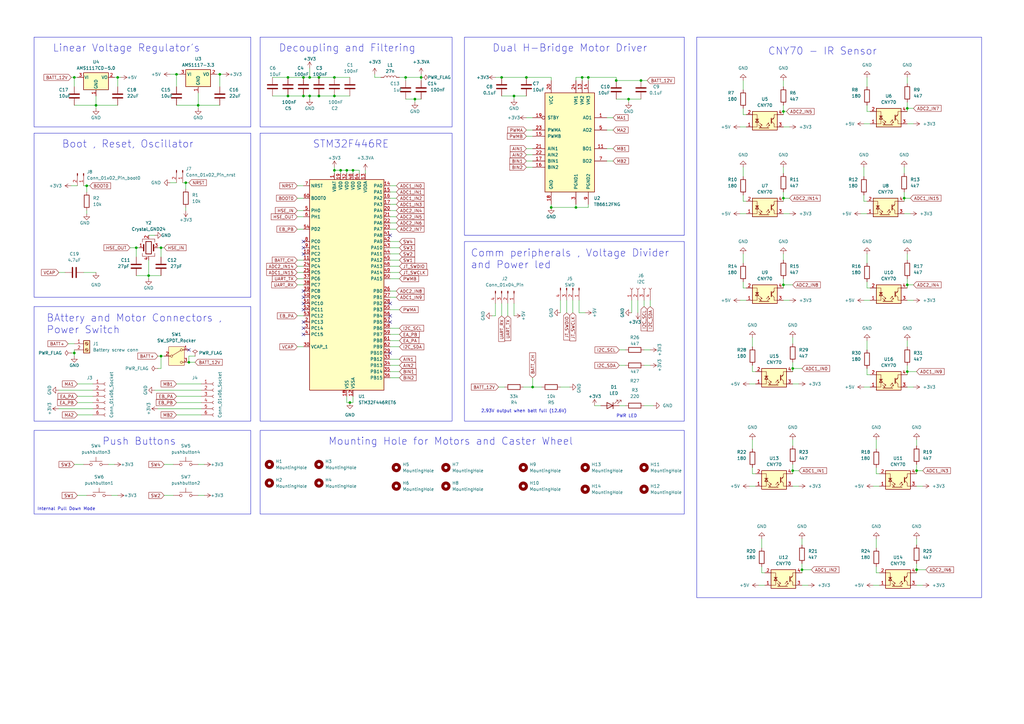
<source format=kicad_sch>
(kicad_sch (version 20230121) (generator eeschema)
  (paper "A3")
  (title_block (title "stm32 line follower by Kailasnath R") (date "2025-06-21"))
  (junction (at 236.22 85.09))
  (junction (at 375.92 193.04))
  (junction (at 137.16 31.75))
  (junction (at 370.84 81.28))
  (junction (at 262.89 33.02))
  (junction (at 118.11 31.75))
  (junction (at 124.46 39.37))
  (junction (at 137.16 39.37))
  (junction (at 30.48 144.78))
  (junction (at 55.88 101.6))
  (junction (at 205.74 31.75))
  (junction (at 76.2 74.93))
  (junction (at 325.12 151.13))
  (junction (at 39.37 43.18))
  (junction (at 372.11 44.45))
  (junction (at 372.11 152.4))
  (junction (at 172.72 31.75))
  (junction (at 143.51 165.1))
  (junction (at 142.24 69.85))
  (junction (at 66.04 101.6))
  (junction (at 60.96 113.03))
  (junction (at 139.7 69.85))
  (junction (at 130.81 31.75))
  (junction (at 241.3 31.75))
  (junction (at 325.12 193.04))
  (junction (at 81.28 43.18))
  (junction (at 118.11 39.37))
  (junction (at 72.39 30.48))
  (junction (at 218.44 158.75))
  (junction (at 321.31 45.72))
  (junction (at 127 31.75))
  (junction (at 257.81 40.64))
  (junction (at 321.31 116.84))
  (junction (at 35.56 76.2))
  (junction (at 144.78 69.85))
  (junction (at 124.46 31.75))
  (junction (at 375.92 233.68))
  (junction (at 48.26 31.75))
  (junction (at 77.47 148.59))
  (junction (at 226.06 85.09))
  (junction (at 210.82 39.37))
  (junction (at 321.31 81.28))
  (junction (at 328.93 233.68))
  (junction (at 30.48 31.75))
  (junction (at 215.9 31.75))
  (junction (at 238.76 31.75))
  (junction (at 130.81 39.37))
  (junction (at 170.18 40.64))
  (junction (at 372.11 116.84))
  (junction (at 166.37 31.75))
  (junction (at 137.16 69.85))
  (junction (at 90.17 30.48))
  (junction (at 66.04 146.05))
  (junction (at 127 39.37))
  (junction (at 252.73 33.02))
  (no_connect (at 124.46 121.92))
  (no_connect (at 160.02 124.46))
  (no_connect (at 124.46 134.62))
  (no_connect (at 124.46 99.06))
  (no_connect (at 124.46 119.38))
  (no_connect (at 124.46 127))
  (no_connect (at 77.47 143.51))
  (no_connect (at 124.46 132.08))
  (no_connect (at 160.02 129.54))
  (no_connect (at 160.02 132.08))
  (no_connect (at 160.02 144.78))
  (no_connect (at 160.02 96.52))
  (no_connect (at 124.46 101.6))
  (no_connect (at 124.46 124.46))
  (no_connect (at 124.46 137.16))
  (no_connect (at 124.46 104.14))
  (wire (pts (xy 375.92 233.68) (xy 375.92 234.95)))
  (wire (pts (xy 29.21 76.2) (xy 31.75 76.2)))
  (wire (pts (xy 248.92 66.04) (xy 251.46 66.04)))
  (wire (pts (xy 311.15 240.03) (xy 313.69 240.03)))
  (wire (pts (xy 45.72 203.2) (xy 48.26 203.2)))
  (wire (pts (xy 160.02 109.22) (xy 163.83 109.22)))
  (wire (pts (xy 48.26 31.75) (xy 48.26 35.56)))
  (wire (pts (xy 354.33 82.55) (xy 355.6 82.55)))
  (wire (pts (xy 35.56 76.2) (xy 36.83 76.2)))
  (wire (pts (xy 63.5 160.02) (xy 82.55 160.02)))
  (wire (pts (xy 55.88 113.03) (xy 60.96 113.03)))
  (wire (pts (xy 307.34 157.48) (xy 309.88 157.48)))
  (wire (pts (xy 257.81 40.64) (xy 252.73 40.64)))
  (wire (pts (xy 215.9 60.96) (xy 218.44 60.96)))
  (wire (pts (xy 142.24 162.56) (xy 142.24 165.1)))
  (wire (pts (xy 304.8 118.11) (xy 306.07 118.11)))
  (wire (pts (xy 325.12 151.13) (xy 328.93 151.13)))
  (wire (pts (xy 72.39 43.18) (xy 81.28 43.18)))
  (wire (pts (xy 24.13 167.64) (xy 38.1 167.64)))
  (wire (pts (xy 238.76 31.75) (xy 241.3 31.75)))
  (wire (pts (xy 142.24 165.1) (xy 143.51 165.1)))
  (wire (pts (xy 372.11 44.45) (xy 374.65 44.45)))
  (wire (pts (xy 121.92 116.84) (xy 124.46 116.84)))
  (wire (pts (xy 304.8 33.02) (xy 304.8 36.83)))
  (wire (pts (xy 262.89 40.64) (xy 257.81 40.64)))
  (wire (pts (xy 257.81 40.64) (xy 257.81 41.91)))
  (wire (pts (xy 121.92 106.68) (xy 124.46 106.68)))
  (wire (pts (xy 67.31 190.5) (xy 71.12 190.5)))
  (wire (pts (xy 153.67 31.75) (xy 156.21 31.75)))
  (wire (pts (xy 160.02 149.86) (xy 163.83 149.86)))
  (wire (pts (xy 321.31 52.07) (xy 323.85 52.07)))
  (wire (pts (xy 81.28 38.1) (xy 81.28 43.18)))
  (wire (pts (xy 325.12 193.04) (xy 327.66 193.04)))
  (wire (pts (xy 325.12 138.43) (xy 325.12 140.97)))
  (wire (pts (xy 166.37 40.64) (xy 170.18 40.64)))
  (wire (pts (xy 121.92 81.28) (xy 124.46 81.28)))
  (wire (pts (xy 147.32 71.12) (xy 147.32 69.85)))
  (wire (pts (xy 321.31 45.72) (xy 321.31 46.99)))
  (wire (pts (xy 321.31 116.84) (xy 325.12 116.84)))
  (wire (pts (xy 160.02 88.9) (xy 162.56 88.9)))
  (wire (pts (xy 121.92 129.54) (xy 124.46 129.54)))
  (wire (pts (xy 30.48 144.78) (xy 30.48 146.05)))
  (wire (pts (xy 27.94 140.97) (xy 30.48 140.97)))
  (wire (pts (xy 204.47 158.75) (xy 207.01 158.75)))
  (wire (pts (xy 304.8 44.45) (xy 304.8 46.99)))
  (wire (pts (xy 210.82 39.37) (xy 210.82 40.64)))
  (wire (pts (xy 81.28 43.18) (xy 81.28 44.45)))
  (wire (pts (xy 214.63 158.75) (xy 218.44 158.75)))
  (wire (pts (xy 321.31 116.84) (xy 321.31 118.11)))
  (wire (pts (xy 205.74 31.75) (xy 215.9 31.75)))
  (wire (pts (xy 321.31 123.19) (xy 323.85 123.19)))
  (wire (pts (xy 160.02 106.68) (xy 163.83 106.68)))
  (wire (pts (xy 127 39.37) (xy 130.81 39.37)))
  (wire (pts (xy 127 31.75) (xy 130.81 31.75)))
  (wire (pts (xy 77.47 148.59) (xy 80.01 148.59)))
  (wire (pts (xy 354.33 158.75) (xy 356.87 158.75)))
  (wire (pts (xy 66.04 146.05) (xy 67.31 146.05)))
  (wire (pts (xy 248.92 48.26) (xy 251.46 48.26)))
  (wire (pts (xy 208.28 124.46) (xy 208.28 129.54)))
  (wire (pts (xy 358.14 240.03) (xy 360.68 240.03)))
  (wire (pts (xy 160.02 119.38) (xy 162.56 119.38)))
  (wire (pts (xy 64.77 101.6) (xy 66.04 101.6)))
  (wire (pts (xy 160.02 147.32) (xy 163.83 147.32)))
  (wire (pts (xy 355.6 139.7) (xy 355.6 143.51)))
  (wire (pts (xy 137.16 71.12) (xy 137.16 69.85)))
  (wire (pts (xy 111.76 31.75) (xy 118.11 31.75)))
  (wire (pts (xy 241.3 31.75) (xy 241.3 33.02)))
  (wire (pts (xy 149.86 69.85) (xy 149.86 71.12)))
  (wire (pts (xy 144.78 162.56) (xy 144.78 165.1)))
  (wire (pts (xy 121.92 111.76) (xy 124.46 111.76)))
  (wire (pts (xy 81.28 190.5) (xy 83.82 190.5)))
  (wire (pts (xy 166.37 31.75) (xy 166.37 33.02)))
  (wire (pts (xy 325.12 193.04) (xy 325.12 194.31)))
  (wire (pts (xy 31.75 170.18) (xy 38.1 170.18)))
  (wire (pts (xy 372.11 114.3) (xy 372.11 116.84)))
  (wire (pts (xy 44.45 190.5) (xy 46.99 190.5)))
  (wire (pts (xy 303.53 52.07) (xy 306.07 52.07)))
  (wire (pts (xy 160.02 93.98) (xy 162.56 93.98)))
  (wire (pts (xy 48.26 31.75) (xy 49.53 31.75)))
  (wire (pts (xy 372.11 44.45) (xy 372.11 45.72)))
  (wire (pts (xy 372.11 158.75) (xy 374.65 158.75)))
  (wire (pts (xy 69.85 74.93) (xy 72.39 74.93)))
  (wire (pts (xy 303.53 87.63) (xy 306.07 87.63)))
  (wire (pts (xy 226.06 83.82) (xy 226.06 85.09)))
  (wire (pts (xy 359.41 220.98) (xy 359.41 224.79)))
  (wire (pts (xy 160.02 114.3) (xy 163.83 114.3)))
  (wire (pts (xy 144.78 165.1) (xy 143.51 165.1)))
  (wire (pts (xy 372.11 41.91) (xy 372.11 44.45)))
  (wire (pts (xy 139.7 69.85) (xy 139.7 71.12)))
  (wire (pts (xy 142.24 69.85) (xy 142.24 71.12)))
  (wire (pts (xy 304.8 46.99) (xy 306.07 46.99)))
  (wire (pts (xy 226.06 31.75) (xy 215.9 31.75)))
  (wire (pts (xy 370.84 81.28) (xy 370.84 82.55)))
  (wire (pts (xy 144.78 69.85) (xy 147.32 69.85)))
  (wire (pts (xy 372.11 123.19) (xy 374.65 123.19)))
  (wire (pts (xy 215.9 53.34) (xy 218.44 53.34)))
  (wire (pts (xy 359.41 194.31) (xy 360.68 194.31)))
  (wire (pts (xy 215.9 68.58) (xy 218.44 68.58)))
  (wire (pts (xy 160.02 101.6) (xy 163.83 101.6)))
  (wire (pts (xy 81.28 203.2) (xy 83.82 203.2)))
  (wire (pts (xy 74.93 74.93) (xy 76.2 74.93)))
  (wire (pts (xy 372.11 116.84) (xy 374.65 116.84)))
  (wire (pts (xy 137.16 39.37) (xy 143.51 39.37)))
  (wire (pts (xy 325.12 180.34) (xy 325.12 182.88)))
  (wire (pts (xy 66.04 151.13) (xy 66.04 146.05)))
  (wire (pts (xy 359.41 234.95) (xy 360.68 234.95)))
  (wire (pts (xy 354.33 80.01) (xy 354.33 82.55)))
  (wire (pts (xy 359.41 180.34) (xy 359.41 184.15)))
  (wire (pts (xy 229.87 158.75) (xy 233.68 158.75)))
  (wire (pts (xy 31.75 203.2) (xy 35.56 203.2)))
  (wire (pts (xy 53.34 101.6) (xy 55.88 101.6)))
  (wire (pts (xy 160.02 154.94) (xy 163.83 154.94)))
  (wire (pts (xy 29.21 31.75) (xy 30.48 31.75)))
  (wire (pts (xy 372.11 139.7) (xy 372.11 142.24)))
  (wire (pts (xy 90.17 30.48) (xy 90.17 35.56)))
  (wire (pts (xy 265.43 33.02) (xy 262.89 33.02)))
  (wire (pts (xy 66.04 101.6) (xy 66.04 105.41)))
  (wire (pts (xy 236.22 31.75) (xy 238.76 31.75)))
  (wire (pts (xy 321.31 104.14) (xy 321.31 106.68)))
  (wire (pts (xy 72.39 157.48) (xy 82.55 157.48)))
  (wire (pts (xy 35.56 86.36) (xy 35.56 87.63)))
  (wire (pts (xy 160.02 134.62) (xy 163.83 134.62)))
  (wire (pts (xy 312.42 234.95) (xy 313.69 234.95)))
  (wire (pts (xy 153.67 30.48) (xy 153.67 31.75)))
  (wire (pts (xy 355.6 153.67) (xy 356.87 153.67)))
  (wire (pts (xy 259.08 123.19) (xy 259.08 128.27)))
  (wire (pts (xy 308.61 194.31) (xy 309.88 194.31)))
  (wire (pts (xy 325.12 151.13) (xy 325.12 152.4)))
  (wire (pts (xy 30.48 43.18) (xy 39.37 43.18)))
  (wire (pts (xy 328.93 240.03) (xy 331.47 240.03)))
  (wire (pts (xy 118.11 31.75) (xy 124.46 31.75)))
  (wire (pts (xy 72.39 165.1) (xy 82.55 165.1)))
  (wire (pts (xy 375.92 180.34) (xy 375.92 182.88)))
  (wire (pts (xy 142.24 69.85) (xy 144.78 69.85)))
  (wire (pts (xy 30.48 31.75) (xy 30.48 35.56)))
  (wire (pts (xy 372.11 104.14) (xy 372.11 106.68)))
  (wire (pts (xy 328.93 233.68) (xy 328.93 234.95)))
  (wire (pts (xy 328.93 233.68) (xy 332.74 233.68)))
  (wire (pts (xy 24.13 160.02) (xy 38.1 160.02)))
  (wire (pts (xy 160.02 137.16) (xy 163.83 137.16)))
  (wire (pts (xy 205.74 39.37) (xy 210.82 39.37)))
  (wire (pts (xy 372.11 152.4) (xy 372.11 153.67)))
  (wire (pts (xy 121.92 142.24) (xy 124.46 142.24)))
  (wire (pts (xy 218.44 158.75) (xy 218.44 154.94)))
  (wire (pts (xy 137.16 69.85) (xy 139.7 69.85)))
  (wire (pts (xy 254 166.37) (xy 256.54 166.37)))
  (wire (pts (xy 229.87 123.19) (xy 229.87 128.27)))
  (wire (pts (xy 236.22 83.82) (xy 236.22 85.09)))
  (wire (pts (xy 254 149.86) (xy 256.54 149.86)))
  (wire (pts (xy 137.16 31.75) (xy 143.51 31.75)))
  (wire (pts (xy 160.02 86.36) (xy 162.56 86.36)))
  (wire (pts (xy 215.9 55.88) (xy 218.44 55.88)))
  (wire (pts (xy 264.16 123.19) (xy 264.16 125.73)))
  (wire (pts (xy 321.31 33.02) (xy 321.31 35.56)))
  (wire (pts (xy 55.88 101.6) (xy 55.88 105.41)))
  (wire (pts (xy 240.03 128.27) (xy 237.49 128.27)))
  (wire (pts (xy 266.7 123.19) (xy 266.7 125.73)))
  (wire (pts (xy 372.11 31.75) (xy 372.11 34.29)))
  (wire (pts (xy 325.12 157.48) (xy 327.66 157.48)))
  (wire (pts (xy 304.8 80.01) (xy 304.8 82.55)))
  (wire (pts (xy 160.02 76.2) (xy 162.56 76.2)))
  (wire (pts (xy 172.72 31.75) (xy 172.72 30.48)))
  (wire (pts (xy 262.89 33.02) (xy 252.73 33.02)))
  (wire (pts (xy 160.02 111.76) (xy 163.83 111.76)))
  (wire (pts (xy 30.48 31.75) (xy 31.75 31.75)))
  (wire (pts (xy 304.8 104.14) (xy 304.8 107.95)))
  (wire (pts (xy 121.92 76.2) (xy 124.46 76.2)))
  (wire (pts (xy 170.18 40.64) (xy 172.72 40.64)))
  (wire (pts (xy 130.81 31.75) (xy 137.16 31.75)))
  (wire (pts (xy 264.16 166.37) (xy 267.97 166.37)))
  (wire (pts (xy 160.02 83.82) (xy 162.56 83.82)))
  (wire (pts (xy 139.7 69.85) (xy 142.24 69.85)))
  (wire (pts (xy 31.75 162.56) (xy 38.1 162.56)))
  (wire (pts (xy 234.95 123.19) (xy 234.95 128.27)))
  (wire (pts (xy 118.11 39.37) (xy 124.46 39.37)))
  (wire (pts (xy 236.22 85.09) (xy 241.3 85.09)))
  (wire (pts (xy 137.16 68.58) (xy 137.16 69.85)))
  (wire (pts (xy 355.6 115.57) (xy 355.6 118.11)))
  (wire (pts (xy 121.92 93.98) (xy 124.46 93.98)))
  (wire (pts (xy 60.96 113.03) (xy 60.96 114.3)))
  (wire (pts (xy 215.9 63.5) (xy 218.44 63.5)))
  (wire (pts (xy 215.9 66.04) (xy 218.44 66.04)))
  (wire (pts (xy 77.47 146.05) (xy 77.47 148.59)))
  (wire (pts (xy 375.92 199.39) (xy 378.46 199.39)))
  (wire (pts (xy 264.16 143.51) (xy 266.7 143.51)))
  (wire (pts (xy 121.92 109.22) (xy 124.46 109.22)))
  (wire (pts (xy 354.33 123.19) (xy 356.87 123.19)))
  (wire (pts (xy 372.11 152.4) (xy 375.92 152.4)))
  (wire (pts (xy 72.39 30.48) (xy 73.66 30.48)))
  (wire (pts (xy 321.31 114.3) (xy 321.31 116.84)))
  (wire (pts (xy 232.41 123.19) (xy 232.41 128.27)))
  (wire (pts (xy 308.61 138.43) (xy 308.61 142.24)))
  (wire (pts (xy 321.31 43.18) (xy 321.31 45.72)))
  (wire (pts (xy 72.39 170.18) (xy 82.55 170.18)))
  (wire (pts (xy 372.11 50.8) (xy 374.65 50.8)))
  (wire (pts (xy 312.42 232.41) (xy 312.42 234.95)))
  (wire (pts (xy 261.62 123.19) (xy 261.62 128.27)))
  (wire (pts (xy 72.39 30.48) (xy 72.39 35.56)))
  (wire (pts (xy 166.37 31.75) (xy 172.72 31.75)))
  (wire (pts (xy 321.31 45.72) (xy 322.58 45.72)))
  (wire (pts (xy 372.11 149.86) (xy 372.11 152.4)))
  (wire (pts (xy 325.12 190.5) (xy 325.12 193.04)))
  (wire (pts (xy 375.92 233.68) (xy 379.73 233.68)))
  (wire (pts (xy 67.31 203.2) (xy 71.12 203.2)))
  (wire (pts (xy 39.37 39.37) (xy 39.37 43.18)))
  (wire (pts (xy 252.73 31.75) (xy 252.73 33.02)))
  (wire (pts (xy 90.17 30.48) (xy 91.44 30.48)))
  (wire (pts (xy 238.76 31.75) (xy 238.76 33.02)))
  (wire (pts (xy 160.02 152.4) (xy 163.83 152.4)))
  (wire (pts (xy 124.46 31.75) (xy 127 31.75)))
  (wire (pts (xy 39.37 43.18) (xy 48.26 43.18)))
  (wire (pts (xy 170.18 40.64) (xy 170.18 41.91)))
  (wire (pts (xy 72.39 162.56) (xy 82.55 162.56)))
  (wire (pts (xy 160.02 99.06) (xy 163.83 99.06)))
  (wire (pts (xy 241.3 31.75) (xy 252.73 31.75)))
  (wire (pts (xy 203.2 124.46) (xy 203.2 129.54)))
  (wire (pts (xy 160.02 104.14) (xy 163.83 104.14)))
  (wire (pts (xy 160.02 78.74) (xy 162.56 78.74)))
  (wire (pts (xy 375.92 240.03) (xy 378.46 240.03)))
  (wire (pts (xy 355.6 43.18) (xy 355.6 45.72)))
  (wire (pts (xy 370.84 87.63) (xy 373.38 87.63)))
  (wire (pts (xy 60.96 96.52) (xy 63.5 96.52)))
  (wire (pts (xy 160.02 91.44) (xy 162.56 91.44)))
  (wire (pts (xy 308.61 191.77) (xy 308.61 194.31)))
  (wire (pts (xy 76.2 74.93) (xy 76.2 77.47)))
  (wire (pts (xy 215.9 48.26) (xy 218.44 48.26)))
  (wire (pts (xy 303.53 123.19) (xy 306.07 123.19)))
  (wire (pts (xy 307.34 199.39) (xy 309.88 199.39)))
  (wire (pts (xy 144.78 69.85) (xy 144.78 71.12)))
  (wire (pts (xy 241.3 83.82) (xy 241.3 85.09)))
  (wire (pts (xy 121.92 114.3) (xy 124.46 114.3)))
  (wire (pts (xy 359.41 191.77) (xy 359.41 194.31)))
  (wire (pts (xy 370.84 81.28) (xy 373.38 81.28)))
  (wire (pts (xy 31.75 165.1) (xy 38.1 165.1)))
  (wire (pts (xy 321.31 68.58) (xy 321.31 71.12)))
  (wire (pts (xy 124.46 39.37) (xy 127 39.37)))
  (wire (pts (xy 69.85 30.48) (xy 72.39 30.48)))
  (wire (pts (xy 312.42 220.98) (xy 312.42 224.79)))
  (wire (pts (xy 370.84 68.58) (xy 370.84 71.12)))
  (wire (pts (xy 264.16 149.86) (xy 266.7 149.86)))
  (wire (pts (xy 60.96 106.68) (xy 60.96 113.03)))
  (wire (pts (xy 130.81 39.37) (xy 137.16 39.37)))
  (wire (pts (xy 210.82 39.37) (xy 215.9 39.37)))
  (wire (pts (xy 31.75 157.48) (xy 38.1 157.48)))
  (wire (pts (xy 236.22 33.02) (xy 236.22 31.75)))
  (wire (pts (xy 304.8 82.55) (xy 306.07 82.55)))
  (wire (pts (xy 304.8 68.58) (xy 304.8 72.39)))
  (wire (pts (xy 39.37 43.18) (xy 39.37 44.45)))
  (wire (pts (xy 375.92 220.98) (xy 375.92 223.52)))
  (wire (pts (xy 203.2 31.75) (xy 205.74 31.75)))
  (wire (pts (xy 355.6 118.11) (xy 356.87 118.11)))
  (wire (pts (xy 353.06 87.63) (xy 355.6 87.63)))
  (wire (pts (xy 308.61 152.4) (xy 309.88 152.4)))
  (wire (pts (xy 248.92 53.34) (xy 251.46 53.34)))
  (wire (pts (xy 111.76 39.37) (xy 118.11 39.37)))
  (wire (pts (xy 370.84 78.74) (xy 370.84 81.28)))
  (wire (pts (xy 81.28 43.18) (xy 90.17 43.18)))
  (wire (pts (xy 355.6 104.14) (xy 355.6 107.95)))
  (wire (pts (xy 328.93 231.14) (xy 328.93 233.68)))
  (wire (pts (xy 64.77 146.05) (xy 66.04 146.05)))
  (wire (pts (xy 355.6 151.13) (xy 355.6 153.67)))
  (wire (pts (xy 325.12 199.39) (xy 327.66 199.39)))
  (wire (pts (xy 372.11 116.84) (xy 372.11 118.11)))
  (wire (pts (xy 237.49 128.27) (xy 237.49 123.19)))
  (wire (pts (xy 24.13 111.76) (xy 26.67 111.76)))
  (wire (pts (xy 248.92 60.96) (xy 251.46 60.96)))
  (wire (pts (xy 321.31 87.63) (xy 323.85 87.63)))
  (wire (pts (xy 355.6 45.72) (xy 356.87 45.72)))
  (wire (pts (xy 88.9 30.48) (xy 90.17 30.48)))
  (wire (pts (xy 354.33 68.58) (xy 354.33 72.39)))
  (wire (pts (xy 321.31 78.74) (xy 321.31 81.28)))
  (wire (pts (xy 218.44 158.75) (xy 222.25 158.75)))
  (wire (pts (xy 160.02 81.28) (xy 162.56 81.28)))
  (wire (pts (xy 160.02 127) (xy 163.83 127)))
  (wire (pts (xy 226.06 85.09) (xy 236.22 85.09)))
  (wire (pts (xy 354.33 50.8) (xy 356.87 50.8)))
  (wire (pts (xy 55.88 101.6) (xy 57.15 101.6)))
  (wire (pts (xy 127 27.94) (xy 127 31.75)))
  (wire (pts (xy 358.14 199.39) (xy 360.68 199.39)))
  (wire (pts (xy 375.92 193.04) (xy 375.92 194.31)))
  (wire (pts (xy 76.2 85.09) (xy 76.2 86.36)))
  (wire (pts (xy 205.74 124.46) (xy 205.74 129.54)))
  (wire (pts (xy 226.06 33.02) (xy 226.06 31.75)))
  (wire (pts (xy 172.72 31.75) (xy 172.72 33.02)))
  (wire (pts (xy 243.84 166.37) (xy 246.38 166.37)))
  (wire (pts (xy 328.93 220.98) (xy 328.93 223.52)))
  (wire (pts (xy 121.92 88.9) (xy 124.46 88.9)))
  (wire (pts (xy 127 40.64) (xy 127 39.37)))
  (wire (pts (xy 375.92 231.14) (xy 375.92 233.68)))
  (wire (pts (xy 64.77 151.13) (xy 66.04 151.13)))
  (wire (pts (xy 308.61 149.86) (xy 308.61 152.4)))
  (wire (pts (xy 210.82 124.46) (xy 210.82 129.54)))
  (wire (pts (xy 46.99 31.75) (xy 48.26 31.75)))
  (wire (pts (xy 34.29 111.76) (xy 39.37 111.76)))
  (wire (pts (xy 35.56 76.2) (xy 35.56 78.74)))
  (wire (pts (xy 304.8 115.57) (xy 304.8 118.11)))
  (wire (pts (xy 203.2 129.54) (xy 201.93 129.54)))
  (wire (pts (xy 66.04 101.6) (xy 67.31 101.6)))
  (wire (pts (xy 160.02 139.7) (xy 163.83 139.7)))
  (wire (pts (xy 30.48 143.51) (xy 30.48 144.78)))
  (wire (pts (xy 34.29 76.2) (xy 35.56 76.2)))
  (wire (pts (xy 80.01 146.05) (xy 77.47 146.05)))
  (wire (pts (xy 60.96 113.03) (xy 66.04 113.03)))
  (wire (pts (xy 30.48 190.5) (xy 34.29 190.5)))
  (wire (pts (xy 160.02 121.92) (xy 162.56 121.92)))
  (wire (pts (xy 160.02 142.24) (xy 163.83 142.24)))
  (wire (pts (xy 163.83 31.75) (xy 166.37 31.75)))
  (wire (pts (xy 321.31 81.28) (xy 321.31 82.55)))
  (wire (pts (xy 64.77 167.64) (xy 82.55 167.64)))
  (wire (pts (xy 375.92 193.04) (xy 378.46 193.04)))
  (wire (pts (xy 355.6 31.75) (xy 355.6 35.56)))
  (wire (pts (xy 76.2 74.93) (xy 77.47 74.93)))
  (wire (pts (xy 254 143.51) (xy 256.54 143.51)))
  (wire (pts (xy 121.92 86.36) (xy 124.46 86.36)))
  (wire (pts (xy 308.61 180.34) (xy 308.61 184.15)))
  (wire (pts (xy 375.92 190.5) (xy 375.92 193.04)))
  (wire (pts (xy 29.21 144.78) (xy 30.48 144.78)))
  (wire (pts (xy 325.12 148.59) (xy 325.12 151.13)))
  (wire (pts (xy 321.31 81.28) (xy 323.85 81.28)))
  (wire (pts (xy 359.41 232.41) (xy 359.41 234.95)))
  (rectangle (start 13.97 15.24) (end 102.87 52.07))
  (rectangle (start 285.75 15.24) (end 402.59 245.11))
  (rectangle (start 13.97 54.61) (end 102.87 121.92))
  (rectangle (start 190.5 15.24) (end 280.67 96.52))
  (rectangle (start 106.68 176.53) (end 280.67 210.82))
  (rectangle (start 106.68 15.24) (end 185.42 52.07))
  (rectangle (start 13.97 176.53) (end 102.87 210.82))
  (rectangle (start 106.68 54.61) (end 185.42 172.72))
  (rectangle (start 13.97 125.73) (end 102.87 172.72))
  (rectangle (start 190.5 99.06) (end 280.67 172.72))
  (text "CNY70 - IR Sensor\n" (at 314.96 22.86 0) (effects (font (size 3 3)) (justify left bottom)))
  (text "Linear Voltage Regulator's" (at 21.59 21.59 0) (effects (font (size 3 3)) (justify left bottom)))
  (text "BAttery and Motor Connectors , \nPower Switch\n" (at 19.05 137.16 0) (effects (font (size 3 3)) (justify left bottom)))
  (text "STM32F446RE\n" (at 128.27 60.96 0) (effects (font (size 3 3)) (justify left bottom)))
  (text "Comm peripherals , Voltage Divider \nand Power led" (at 193.04 110.49 0) (effects (font (size 3 3)) (justify left bottom)))
  (text "Dual H-Bridge Motor Driver\n" (at 201.93 21.59 0) (effects (font (size 3 3)) (justify left bottom)))
  (text "Decoupling and Filtering\n" (at 114.3 21.59 0) (effects (font (size 3 3)) (justify left bottom)))
  (text "Internal Pull Down Mode" (at 15.24 209.55 0) (effects (font (size 1.27 1.27)) (justify left bottom)))
  (text "2.93V output when batt full (12.6V)\n\n" (at 232.41 171.45 0) (effects (font (size 1.27 1.27)) (justify right bottom)))
  (text "Mounting Hole for Motors and Caster Wheel" (at 134.62 182.88 0) (effects (font (size 3 3)) (justify left bottom)))
  (text "Boot , Reset, Oscillator" (at 25.4 60.96 0) (effects (font (size 3 3)) (justify left bottom)))
  (text "PWR LED\n" (at 252.73 171.45 0) (effects (font (size 1.27 1.27)) (justify left bottom)))
  (text "Push Buttons\n" (at 41.91 182.88 0) (effects (font (size 3 3)) (justify left bottom)))
  (global_label "SW4" (shape input) (at 67.31 190.5 180) (property "Intersheetrefs" "${INTERSHEET_REFS}" (effects hide)))
  (global_label "HSE_IN" (shape input) (at 67.31 101.6 0) (property "Intersheetrefs" "${INTERSHEET_REFS}" (effects hide)))
  (global_label "ADC1_IN1" (shape input) (at 162.56 78.74 0) (property "Intersheetrefs" "${INTERSHEET_REFS}" (effects hide)))
  (global_label "JT_SWDIO" (shape input) (at 163.83 109.22 0) (property "Intersheetrefs" "${INTERSHEET_REFS}" (effects hide)))
  (global_label "BATT+" (shape input) (at 27.94 140.97 180) (property "Intersheetrefs" "${INTERSHEET_REFS}" (effects hide)))
  (global_label "EB_PB" (shape input) (at 72.39 165.1 180) (property "Intersheetrefs" "${INTERSHEET_REFS}" (effects hide)))
  (global_label "EB_PB" (shape input) (at 121.92 93.98 180) (property "Intersheetrefs" "${INTERSHEET_REFS}" (effects hide)))
  (global_label "MA1" (shape input) (at 251.46 48.26 0) (property "Intersheetrefs" "${INTERSHEET_REFS}" (effects hide)))
  (global_label "BATT_12V" (shape input) (at 265.43 33.02 0) (property "Intersheetrefs" "${INTERSHEET_REFS}" (effects hide)))
  (global_label "NRST" (shape input) (at 77.47 74.93 0) (property "Intersheetrefs" "${INTERSHEET_REFS}" (effects hide)))
  (global_label "EA_PA" (shape input) (at 31.75 162.56 180) (property "Intersheetrefs" "${INTERSHEET_REFS}" (effects hide)))
  (global_label "ADC2_IN6" (shape input) (at 162.56 91.44 0) (property "Intersheetrefs" "${INTERSHEET_REFS}" (effects hide)))
  (global_label "ADC1_IN15" (shape input) (at 121.92 111.76 180) (property "Intersheetrefs" "${INTERSHEET_REFS}" (effects hide)))
  (global_label "EB_PA" (shape input) (at 121.92 129.54 180) (property "Intersheetrefs" "${INTERSHEET_REFS}" (effects hide)))
  (global_label "PWMA" (shape input) (at 163.83 127 0) (property "Intersheetrefs" "${INTERSHEET_REFS}" (effects hide)))
  (global_label "SW3" (shape input) (at 163.83 101.6 0) (property "Intersheetrefs" "${INTERSHEET_REFS}" (effects hide)))
  (global_label "ADC1_IN0" (shape input) (at 162.56 76.2 0) (property "Intersheetrefs" "${INTERSHEET_REFS}" (effects hide)))
  (global_label "ADC1_IN2" (shape input) (at 332.74 233.68 0) (property "Intersheetrefs" "${INTERSHEET_REFS}" (effects hide)))
  (global_label "ADC2_IN8" (shape input) (at 162.56 119.38 0) (property "Intersheetrefs" "${INTERSHEET_REFS}" (effects hide)))
  (global_label "NRST" (shape input) (at 121.92 76.2 180) (property "Intersheetrefs" "${INTERSHEET_REFS}" (effects hide)))
  (global_label "BOOT0" (shape input) (at 121.92 81.28 180) (property "Intersheetrefs" "${INTERSHEET_REFS}" (effects hide)))
  (global_label "HSE_IN" (shape input) (at 121.92 86.36 180) (property "Intersheetrefs" "${INTERSHEET_REFS}" (effects hide)))
  (global_label "UART_RX" (shape input) (at 121.92 116.84 180) (property "Intersheetrefs" "${INTERSHEET_REFS}" (effects hide)))
  (global_label "EB_PA" (shape input) (at 72.39 162.56 180) (property "Intersheetrefs" "${INTERSHEET_REFS}" (effects hide)))
  (global_label "ADC2_IN5" (shape input) (at 322.58 45.72 0) (property "Intersheetrefs" "${INTERSHEET_REFS}" (effects hide)))
  (global_label "ADC1_IN0" (shape input) (at 328.93 151.13 0) (property "Intersheetrefs" "${INTERSHEET_REFS}" (effects hide)))
  (global_label "SW1" (shape input) (at 31.75 203.2 180) (property "Intersheetrefs" "${INTERSHEET_REFS}" (effects hide)))
  (global_label "BIN1" (shape input) (at 215.9 66.04 180) (property "Intersheetrefs" "${INTERSHEET_REFS}" (effects hide)))
  (global_label "AIN2" (shape input) (at 163.83 149.86 0) (property "Intersheetrefs" "${INTERSHEET_REFS}" (effects hide)))
  (global_label "ADC2_IN14" (shape input) (at 121.92 109.22 180) (property "Intersheetrefs" "${INTERSHEET_REFS}" (effects hide)))
  (global_label "BIN2" (shape input) (at 215.9 68.58 180) (property "Intersheetrefs" "${INTERSHEET_REFS}" (effects hide)))
  (global_label "VCAP" (shape input) (at 24.13 111.76 180) (property "Intersheetrefs" "${INTERSHEET_REFS}" (effects hide)))
  (global_label "BATT_CH" (shape input) (at 121.92 106.68 180) (property "Intersheetrefs" "${INTERSHEET_REFS}" (effects hide)))
  (global_label "MB2" (shape input) (at 72.39 170.18 180) (property "Intersheetrefs" "${INTERSHEET_REFS}" (effects hide)))
  (global_label "ADC2_IN7" (shape input) (at 162.56 93.98 0) (property "Intersheetrefs" "${INTERSHEET_REFS}" (effects hide)))
  (global_label "HSE_OUT" (shape input) (at 121.92 88.9 180) (property "Intersheetrefs" "${INTERSHEET_REFS}" (effects hide)))
  (global_label "BATT_12V" (shape input) (at 80.01 148.59 0) (property "Intersheetrefs" "${INTERSHEET_REFS}" (effects hide)))
  (global_label "ADC1_IN3" (shape input) (at 378.46 193.04 0) (property "Intersheetrefs" "${INTERSHEET_REFS}" (effects hide)))
  (global_label "JT_SWDIO" (shape input) (at 232.41 128.27 270) (property "Intersheetrefs" "${INTERSHEET_REFS}" (effects hide)))
  (global_label "VCAP" (shape input) (at 121.92 142.24 180) (property "Intersheetrefs" "${INTERSHEET_REFS}" (effects hide)))
  (global_label "EA_PA" (shape input) (at 163.83 139.7 0) (property "Intersheetrefs" "${INTERSHEET_REFS}" (effects hide)))
  (global_label "ADC1_IN3" (shape input) (at 162.56 83.82 0) (property "Intersheetrefs" "${INTERSHEET_REFS}" (effects hide)))
  (global_label "ADC2_IN4" (shape input) (at 374.65 116.84 0) (property "Intersheetrefs" "${INTERSHEET_REFS}" (effects hide)))
  (global_label "MB1" (shape input) (at 72.39 157.48 180) (property "Intersheetrefs" "${INTERSHEET_REFS}" (effects hide)))
  (global_label "MB1" (shape input) (at 251.46 60.96 0) (property "Intersheetrefs" "${INTERSHEET_REFS}" (effects hide)))
  (global_label "SW2" (shape input) (at 67.31 203.2 180) (property "Intersheetrefs" "${INTERSHEET_REFS}" (effects hide)))
  (global_label "BIN1" (shape input) (at 163.83 152.4 0) (property "Intersheetrefs" "${INTERSHEET_REFS}" (effects hide)))
  (global_label "JT_SWCLK" (shape input) (at 163.83 111.76 0) (property "Intersheetrefs" "${INTERSHEET_REFS}" (effects hide)))
  (global_label "AIN1" (shape input) (at 163.83 147.32 0) (property "Intersheetrefs" "${INTERSHEET_REFS}" (effects hide)))
  (global_label "MA1" (shape input) (at 31.75 157.48 180) (property "Intersheetrefs" "${INTERSHEET_REFS}" (effects hide)))
  (global_label "ADC2_IN4" (shape input) (at 162.56 86.36 0) (property "Intersheetrefs" "${INTERSHEET_REFS}" (effects hide)))
  (global_label "BIN2" (shape input) (at 163.83 154.94 0) (property "Intersheetrefs" "${INTERSHEET_REFS}" (effects hide)))
  (global_label "ADC1_IN15" (shape input) (at 373.38 81.28 0) (property "Intersheetrefs" "${INTERSHEET_REFS}" (effects hide)))
  (global_label "HSE_OUT" (shape input) (at 53.34 101.6 180) (property "Intersheetrefs" "${INTERSHEET_REFS}" (effects hide)))
  (global_label "ADC2_IN6" (shape input) (at 379.73 233.68 0) (property "Intersheetrefs" "${INTERSHEET_REFS}" (effects hide)))
  (global_label "SW1" (shape input) (at 163.83 106.68 0) (property "Intersheetrefs" "${INTERSHEET_REFS}" (effects hide)))
  (global_label "AIN1" (shape input) (at 215.9 60.96 180) (property "Intersheetrefs" "${INTERSHEET_REFS}" (effects hide)))
  (global_label "UART_RX" (shape input) (at 205.74 129.54 270) (property "Intersheetrefs" "${INTERSHEET_REFS}" (effects hide)))
  (global_label "BATT_12V" (shape input) (at 204.47 158.75 180) (property "Intersheetrefs" "${INTERSHEET_REFS}" (effects hide)))
  (global_label "JT_SWCLK" (shape input) (at 234.95 128.27 270) (property "Intersheetrefs" "${INTERSHEET_REFS}" (effects hide)))
  (global_label "PWMB" (shape input) (at 215.9 55.88 180) (property "Intersheetrefs" "${INTERSHEET_REFS}" (effects hide)))
  (global_label "UART_TX" (shape input) (at 121.92 114.3 180) (property "Intersheetrefs" "${INTERSHEET_REFS}" (effects hide)))
  (global_label "I2C_SCL" (shape input) (at 254 143.51 180) (property "Intersheetrefs" "${INTERSHEET_REFS}" (effects hide)))
  (global_label "BATT+" (shape input) (at 64.77 146.05 180) (property "Intersheetrefs" "${INTERSHEET_REFS}" (effects hide)))
  (global_label "EA_PB" (shape input) (at 163.83 137.16 0) (property "Intersheetrefs" "${INTERSHEET_REFS}" (effects hide)))
  (global_label "ADC1_IN1" (shape input) (at 327.66 193.04 0) (property "Intersheetrefs" "${INTERSHEET_REFS}" (effects hide)))
  (global_label "AIN2" (shape input) (at 215.9 63.5 180) (property "Intersheetrefs" "${INTERSHEET_REFS}" (effects hide)))
  (global_label "I2C_SDA" (shape input) (at 266.7 125.73 270) (property "Intersheetrefs" "${INTERSHEET_REFS}" (effects hide)))
  (global_label "ADC2_IN7" (shape input) (at 374.65 44.45 0) (property "Intersheetrefs" "${INTERSHEET_REFS}" (effects hide)))
  (global_label "SW2" (shape input) (at 163.83 104.14 0) (property "Intersheetrefs" "${INTERSHEET_REFS}" (effects hide)))
  (global_label "SW3" (shape input) (at 30.48 190.5 180) (property "Intersheetrefs" "${INTERSHEET_REFS}" (effects hide)))
  (global_label "ADC2_IN8" (shape input) (at 325.12 116.84 0) (property "Intersheetrefs" "${INTERSHEET_REFS}" (effects hide)))
  (global_label "EA_PB" (shape input) (at 31.75 165.1 180) (property "Intersheetrefs" "${INTERSHEET_REFS}" (effects hide)))
  (global_label "I2C_SCL" (shape input) (at 163.83 134.62 0) (property "Intersheetrefs" "${INTERSHEET_REFS}" (effects hide)))
  (global_label "PWMA" (shape input) (at 215.9 53.34 180) (property "Intersheetrefs" "${INTERSHEET_REFS}" (effects hide)))
  (global_label "UART_TX" (shape input) (at 208.28 129.54 270) (property "Intersheetrefs" "${INTERSHEET_REFS}" (effects hide)))
  (global_label "MB2" (shape input) (at 251.46 66.04 0) (property "Intersheetrefs" "${INTERSHEET_REFS}" (effects hide)))
  (global_label "BOOT0" (shape input) (at 36.83 76.2 0) (property "Intersheetrefs" "${INTERSHEET_REFS}" (effects hide)))
  (global_label "ADC2_IN14" (shape input) (at 323.85 81.28 0) (property "Intersheetrefs" "${INTERSHEET_REFS}" (effects hide)))
  (global_label "MA2" (shape input) (at 251.46 53.34 0) (property "Intersheetrefs" "${INTERSHEET_REFS}" (effects hide)))
  (global_label "ADC1_IN9" (shape input) (at 162.56 121.92 0) (property "Intersheetrefs" "${INTERSHEET_REFS}" (effects hide)))
  (global_label "ADC1_IN9" (shape input) (at 375.92 152.4 0) (property "Intersheetrefs" "${INTERSHEET_REFS}" (effects hide)))
  (global_label "BATT_12V" (shape input) (at 29.21 31.75 180) (property "Intersheetrefs" "${INTERSHEET_REFS}" (effects hide)))
  (global_label "MA2" (shape input) (at 31.75 170.18 180) (property "Intersheetrefs" "${INTERSHEET_REFS}" (effects hide)))
  (global_label "ADC1_IN2" (shape input) (at 162.56 81.28 0) (property "Intersheetrefs" "${INTERSHEET_REFS}" (effects hide)))
  (global_label "PWMB" (shape input) (at 163.83 114.3 0) (property "Intersheetrefs" "${INTERSHEET_REFS}" (effects hide)))
  (global_label "I2C_SCL" (shape input) (at 264.16 125.73 270) (property "Intersheetrefs" "${INTERSHEET_REFS}" (effects hide)))
  (global_label "I2C_SDA" (shape input) (at 254 149.86 180) (property "Intersheetrefs" "${INTERSHEET_REFS}" (effects hide)))
  (global_label "I2C_SDA" (shape input) (at 163.83 142.24 0) (property "Intersheetrefs" "${INTERSHEET_REFS}" (effects hide)))
  (global_label "BATT_CH" (shape input) (at 218.44 154.94 90) (property "Intersheetrefs" "${INTERSHEET_REFS}" (effects hide)))
  (global_label "SW4" (shape input) (at 163.83 99.06 0) (property "Intersheetrefs" "${INTERSHEET_REFS}" (effects hide)))
  (global_label "ADC2_IN5" (shape input) (at 162.56 88.9 0) (property "Intersheetrefs" "${INTERSHEET_REFS}" (effects hide)))
  (symbol (lib_id "power:+5V") (at 354.33 123.19 90) (unit 1)
    (property "Reference" "#PWR054" (effects hide))
    (property "Value" "+5V" (at 350.52 123.19 90) (effects (justify left)))
  )
  (symbol (lib_id "Device:R") (at 359.41 228.6 0) (unit 1)
    (property "Reference" "R24" (at 353.06 226.06 0) (effects (justify left)))
    (property "Value" "180" (at 353.06 228.6 0) (effects (justify left)))
    (property "Footprint" "Resistor_SMD:R_0603_1608Metric" (effects hide))
  )
  (symbol (lib_id "power:GND") (at 304.8 33.02 180) (unit 1)
    (property "Reference" "#PWR036" (effects hide))
    (property "Value" "GND" (at 304.8 27.94 0))
  )
  (symbol (lib_id "Device:R") (at 355.6 39.37 0) (unit 1)
    (property "Reference" "R8" (at 349.25 36.83 0) (effects (justify left)))
    (property "Value" "180" (at 349.25 39.37 0) (effects (justify left)))
    (property "Footprint" "Resistor_SMD:R_0603_1608Metric" (effects hide))
  )
  (symbol (lib_id "Mechanical:MountingHole") (at 264.16 200.66 0) (unit 1)
    (property "Reference" "H12" (at 266.7 199.39 0) (effects (justify left)))
    (property "Value" "MountingHole" (at 266.7 201.93 0) (effects (justify left)))
    (property "Footprint" "MountingHole:MountingHole_2.2mm_M2" (effects hide))
  )
  (symbol (lib_id "power:GND") (at 328.93 220.98 180) (unit 1)
    (property "Reference" "#PWR064" (effects hide))
    (property "Value" "GND" (at 328.93 215.9 0))
  )
  (symbol (lib_id "Device:C") (at 166.37 36.83 0) (unit 1)
    (property "Reference" "C13" (at 160.02 34.29 0) (effects (justify left)))
    (property "Value" "1uF" (at 161.29 36.83 0) (effects (justify left)))
    (property "Footprint" "Capacitor_SMD:C_0805_2012Metric" (effects hide))
  )
  (symbol (lib_id "power:GND") (at 325.12 138.43 180) (unit 1)
    (property "Reference" "#PWR083" (effects hide))
    (property "Value" "GND" (at 325.12 133.35 0))
  )
  (symbol (lib_id "power:GND") (at 355.6 139.7 180) (unit 1)
    (property "Reference" "#PWR086" (effects hide))
    (property "Value" "GND" (at 355.6 134.62 0))
  )
  (symbol (lib_id "Mechanical:MountingHole") (at 110.49 198.12 0) (unit 1)
    (property "Reference" "H2" (at 113.03 196.85 0) (effects (justify left)))
    (property "Value" "MountingHole" (at 113.03 199.39 0) (effects (justify left)))
    (property "Footprint" "MountingHole:MountingHole_3.2mm_M3" (effects hide))
  )
  (symbol (lib_id "power:+5V") (at 303.53 123.19 90) (unit 1)
    (property "Reference" "#PWR050" (effects hide))
    (property "Value" "+5V" (at 299.72 123.19 90) (effects (justify left)))
  )
  (symbol (lib_id "power:+5V") (at 303.53 87.63 90) (unit 1)
    (property "Reference" "#PWR042" (effects hide))
    (property "Value" "+5V" (at 299.72 87.63 90) (effects (justify left)))
  )
  (symbol (lib_id "power:GND") (at 359.41 180.34 180) (unit 1)
    (property "Reference" "#PWR059" (effects hide))
    (property "Value" "GND" (at 359.41 175.26 0))
  )
  (symbol (lib_id "Device:R") (at 372.11 110.49 0) (unit 1)
    (property "Reference" "R17" (at 374.65 109.22 0) (effects (justify left)))
    (property "Value" "4k7" (at 374.65 111.76 0) (effects (justify left)))
    (property "Footprint" "Resistor_SMD:R_0603_1608Metric" (effects hide))
  )
  (symbol (lib_id "Device:R") (at 325.12 144.78 0) (unit 1)
    (property "Reference" "R29" (at 327.66 143.51 0) (effects (justify left)))
    (property "Value" "4k7" (at 327.66 146.05 0) (effects (justify left)))
    (property "Footprint" "Resistor_SMD:R_0603_1608Metric" (effects hide))
  )
  (symbol (lib_id "power:GND") (at 359.41 220.98 180) (unit 1)
    (property "Reference" "#PWR075" (effects hide))
    (property "Value" "GND" (at 359.41 215.9 0))
  )
  (symbol (lib_id "Device:R") (at 321.31 39.37 0) (unit 1)
    (property "Reference" "R6" (at 323.85 38.1 0) (effects (justify left)))
    (property "Value" "4k7" (at 323.85 40.64 0) (effects (justify left)))
    (property "Footprint" "Resistor_SMD:R_0603_1608Metric" (effects hide))
  )
  (symbol (lib_id "Device:C") (at 48.26 39.37 0) (unit 1)
    (property "Reference" "C18" (at 52.07 36.83 0) (effects (justify left)))
    (property "Value" "22uF" (at 52.07 39.37 0) (effects (justify left)))
    (property "Footprint" "Capacitor_SMD:C_1206_3216Metric" (effects hide))
  )
  (symbol (lib_id "Device:C") (at 30.48 39.37 0) (unit 1)
    (property "Reference" "C17" (at 24.13 36.83 0) (effects (justify left)))
    (property "Value" "10uF" (at 24.13 39.37 0) (effects (justify left)))
    (property "Footprint" "Capacitor_SMD:C_1206_3216Metric_Pad1.33x1.80mm_HandSolder" (effects hide))
  )
  (symbol (lib_id "power:GND") (at 372.11 31.75 180) (unit 1)
    (property "Reference" "#PWR040" (effects hide))
    (property "Value" "GND" (at 372.11 26.67 0))
  )
  (symbol (lib_id "power:+3V3") (at 76.2 86.36 180) (unit 1)
    (property "Reference" "#PWR011" (effects hide))
    (property "Value" "+3V3" (at 76.2 90.17 0))
  )
  (symbol (lib_id "power:GND") (at 257.81 41.91 0) (mirror y) (unit 1)
    (property "Reference" "#PWR09" (effects hide))
    (property "Value" "GND" (at 257.81 45.72 0))
  )
  (symbol (lib_id "Device:R") (at 321.31 110.49 0) (unit 1)
    (property "Reference" "R15" (at 323.85 109.22 0) (effects (justify left)))
    (property "Value" "4k7" (at 323.85 111.76 0) (effects (justify left)))
    (property "Footprint" "Resistor_SMD:R_0603_1608Metric" (effects hide))
  )
  (symbol (lib_id "power:+3V3") (at 83.82 190.5 270) (unit 1)
    (property "Reference" "#PWR073" (effects hide))
    (property "Value" "+3V3" (at 86.36 190.5 90) (effects (justify left)))
  )
  (symbol (lib_id "power:+5V") (at 303.53 52.07 90) (unit 1)
    (property "Reference" "#PWR037" (effects hide))
    (property "Value" "+5V" (at 299.72 52.07 90) (effects (justify left)))
  )
  (symbol (lib_id "power:GND") (at 355.6 31.75 180) (unit 1)
    (property "Reference" "#PWR039" (effects hide))
    (property "Value" "GND" (at 355.6 26.67 0))
  )
  (symbol (lib_id "Device:R") (at 321.31 74.93 0) (unit 1)
    (property "Reference" "R11" (at 323.85 73.66 0) (effects (justify left)))
    (property "Value" "4k7" (at 323.85 76.2 0) (effects (justify left)))
    (property "Footprint" "Resistor_SMD:R_0603_1608Metric" (effects hide))
  )
  (symbol (lib_name "CNY70_8") (lib_id "Sensor_Proximity:CNY70") (at 364.49 156.21 0) (mirror x) (unit 1)
    (property "Reference" "U16" (at 364.49 147.32 0))
    (property "Value" "CNY70" (at 364.49 149.86 0))
    (property "Footprint" "OptoDevice:Vishay_CNY70" (effects hide))
    (property "Datasheet" "https://www.vishay.com/docs/83751/cny70.pdf" (effects hide))
  )
  (symbol (lib_id "power:GND") (at 308.61 180.34 180) (unit 1)
    (property "Reference" "#PWR067" (effects hide))
    (property "Value" "GND" (at 308.61 175.26 0))
  )
  (symbol (lib_id "Device:R") (at 226.06 158.75 90) (mirror x) (unit 1)
    (property "Reference" "R5" (at 226.06 165.1 90))
    (property "Value" "10k" (at 226.06 162.56 90))
    (property "Footprint" "Resistor_SMD:R_0603_1608Metric" (effects hide))
  )
  (symbol (lib_id "power:+5V") (at 311.15 240.03 90) (unit 1)
    (property "Reference" "#PWR062" (effects hide))
    (property "Value" "+5V" (at 307.34 240.03 90) (effects (justify left)))
  )
  (symbol (lib_id "power:+3V3") (at 378.46 240.03 270) (unit 1)
    (property "Reference" "#PWR077" (effects hide))
    (property "Value" "+3V3" (at 382.27 240.03 90) (effects (justify left)))
  )
  (symbol (lib_id "Device:R") (at 260.35 166.37 90) (unit 1)
    (property "Reference" "R3" (at 260.35 160.02 90))
    (property "Value" "220" (at 260.35 162.56 90))
    (property "Footprint" "Resistor_SMD:R_0603_1608Metric" (effects hide))
  )
  (symbol (lib_id "Mechanical:MountingHole") (at 240.03 200.66 0) (unit 1)
    (property "Reference" "H14" (at 242.57 199.39 0) (effects (justify left)))
    (property "Value" "MountingHole" (at 242.57 201.93 0) (effects (justify left)))
    (property "Footprint" "MountingHole:MountingHole_2.2mm_M2" (effects hide))
  )
  (symbol (lib_id "Device:C") (at 205.74 35.56 0) (unit 1)
    (property "Reference" "C8" (at 199.39 35.56 0) (effects (justify left)))
    (property "Value" "0.1uF" (at 198.12 38.1 0) (effects (justify left)))
    (property "Footprint" "Capacitor_SMD:C_0805_2012Metric" (effects hide))
  )
  (symbol (lib_id "power:PWR_FLAG") (at 172.72 31.75 270) (unit 1)
    (property "Reference" "#FLG02" (effects hide))
    (property "Value" "PWR_FLAG" (at 175.26 31.75 90) (effects (justify left)))
  )
  (symbol (lib_id "power:+5V") (at 354.33 50.8 90) (unit 1)
    (property "Reference" "#PWR038" (effects hide))
    (property "Value" "+5V" (at 350.52 50.8 90) (effects (justify left)))
  )
  (symbol (lib_name "CNY70_1") (lib_id "Sensor_Proximity:CNY70") (at 363.22 85.09 0) (mirror x) (unit 1)
    (property "Reference" "U8" (at 363.22 76.2 0))
    (property "Value" "CNY70" (at 363.22 78.74 0))
    (property "Footprint" "OptoDevice:Vishay_CNY70" (effects hide))
    (property "Datasheet" "https://www.vishay.com/docs/83751/cny70.pdf" (effects hide))
  )
  (symbol (lib_id "power:GND") (at 170.18 41.91 0) (unit 1)
    (property "Reference" "#PWR018" (effects hide))
    (property "Value" "GND" (at 170.18 45.72 0))
  )
  (symbol (lib_id "power:GND") (at 321.31 68.58 180) (unit 1)
    (property "Reference" "#PWR044" (effects hide))
    (property "Value" "GND" (at 321.31 63.5 0))
  )
  (symbol (lib_id "Device:R") (at 359.41 187.96 0) (unit 1)
    (property "Reference" "R18" (at 353.06 185.42 0) (effects (justify left)))
    (property "Value" "180" (at 353.06 187.96 0) (effects (justify left)))
    (property "Footprint" "Resistor_SMD:R_0603_1608Metric" (effects hide))
  )
  (symbol (lib_id "power:+3V3") (at 243.84 166.37 0) (unit 1)
    (property "Reference" "#PWR031" (effects hide))
    (property "Value" "+3V3" (at 241.3 162.56 0) (effects (justify left)))
  )
  (symbol (lib_id "power:+3V3") (at 153.67 30.48 0) (unit 1)
    (property "Reference" "#PWR017" (effects hide))
    (property "Value" "+3V3" (at 153.67 25.4 0))
  )
  (symbol (lib_id "Device:C") (at 215.9 35.56 0) (unit 1)
    (property "Reference" "C7" (at 218.44 34.29 0) (effects (justify left)))
    (property "Value" "10uF" (at 218.44 36.83 0) (effects (justify left)))
    (property "Footprint" "Capacitor_SMD:C_1206_3216Metric" (effects hide))
  )
  (symbol (lib_id "power:+5V") (at 354.33 158.75 90) (unit 1)
    (property "Reference" "#PWR085" (effects hide))
    (property "Value" "+5V" (at 350.52 158.75 90) (effects (justify left)))
  )
  (symbol (lib_name "CNY70_10") (lib_id "Sensor_Proximity:CNY70") (at 368.3 196.85 0) (mirror x) (unit 1)
    (property "Reference" "U11" (at 368.3 187.96 0))
    (property "Value" "CNY70" (at 368.3 190.5 0))
    (property "Footprint" "OptoDevice:Vishay_CNY70" (effects hide))
    (property "Datasheet" "https://www.vishay.com/docs/83751/cny70.pdf" (effects hide))
  )
  (symbol (lib_id "Device:C") (at 72.39 39.37 0) (unit 1)
    (property "Reference" "C15" (at 66.04 36.83 0) (effects (justify left)))
    (property "Value" "10uF" (at 66.04 39.37 0) (effects (justify left)))
    (property "Footprint" "Capacitor_SMD:C_0805_2012Metric" (effects hide))
  )
  (symbol (lib_id "Switch:SW_Push") (at 76.2 203.2 0) (unit 1)
    (property "Reference" "SW7" (at 76.2 195.58 0))
    (property "Value" "pushbutton2" (at 76.2 198.12 0))
    (property "Footprint" "Button_Switch_THT:SW_PUSH-12mm_Wuerth-430476085716" (effects hide))
    (property "Datasheet" "https://www.we-online.com/components/products/datasheet/430476085716.pdf" (effects hide))
  )
  (symbol (lib_id "power:GND") (at 325.12 180.34 180) (unit 1)
    (property "Reference" "#PWR068" (effects hide))
    (property "Value" "GND" (at 325.12 175.26 0))
  )
  (symbol (lib_id "Switch:SW_Push") (at 39.37 190.5 0) (unit 1)
    (property "Reference" "SW4" (at 39.37 182.88 0))
    (property "Value" "pushbutton3" (at 39.37 185.42 0))
    (property "Footprint" "Button_Switch_THT:SW_PUSH-12mm_Wuerth-430476085716" (effects hide))
    (property "Datasheet" "https://www.we-online.com/components/products/datasheet/430476085716.pdf" (effects hide))
  )
  (symbol (lib_id "Device:C") (at 55.88 109.22 0) (unit 1)
    (property "Reference" "C11" (at 49.53 106.68 0) (effects (justify left)))
    (property "Value" "27pF" (at 48.26 109.22 0) (effects (justify left)))
    (property "Footprint" "Capacitor_SMD:C_0805_2012Metric" (effects hide))
  )
  (symbol (lib_id "Device:R") (at 370.84 74.93 0) (unit 1)
    (property "Reference" "R13" (at 373.38 73.66 0) (effects (justify left)))
    (property "Value" "4k7" (at 373.38 76.2 0) (effects (justify left)))
    (property "Footprint" "Resistor_SMD:R_0603_1608Metric" (effects hide))
  )
  (symbol (lib_id "power:+3V3") (at 261.62 128.27 180) (unit 1)
    (property "Reference" "#PWR030" (effects hide))
    (property "Value" "+3V3" (at 260.35 132.08 0))
  )
  (symbol (lib_id "power:+3V3") (at 323.85 123.19 270) (unit 1)
    (property "Reference" "#PWR053" (effects hide))
    (property "Value" "+3V3" (at 327.66 123.19 90) (effects (justify left)))
  )
  (symbol (lib_id "Device:C") (at 90.17 39.37 0) (unit 1)
    (property "Reference" "C16" (at 93.98 36.83 0) (effects (justify left)))
    (property "Value" "22uF" (at 93.98 39.37 0) (effects (justify left)))
    (property "Footprint" "Capacitor_SMD:C_1206_3216Metric_Pad1.33x1.80mm_HandSolder" (effects hide))
  )
  (symbol (lib_id "power:GND") (at 321.31 33.02 180) (unit 1)
    (property "Reference" "#PWR035" (effects hide))
    (property "Value" "GND" (at 321.31 27.94 0))
  )
  (symbol (lib_id "power:GND") (at 39.37 44.45 0) (unit 1)
    (property "Reference" "#PWR023" (effects hide))
    (property "Value" "GND" (at 39.37 48.26 0))
  )
  (symbol (lib_id "power:+3V3") (at 374.65 50.8 270) (unit 1)
    (property "Reference" "#PWR041" (effects hide))
    (property "Value" "+3V3" (at 378.46 50.8 90) (effects (justify left)))
  )
  (symbol (lib_id "Driver_Motor:TB6612FNG") (at 233.68 58.42 0) (unit 1)
    (property "Reference" "U2" (at 243.4941 81.28 0) (effects (justify left)))
    (property "Value" "TB6612FNG" (at 243.4941 83.82 0) (effects (justify left)))
    (property "Footprint" "Package_SO:SSOP-24_5.3x8.2mm_P0.65mm" (effects hide))
    (property "Datasheet" "https://toshiba.semicon-storage.com/us/product/linear/motordriver/detail.TB6612FNG.html" (effects hide))
  )
  (symbol (lib_id "power:GND") (at 201.93 129.54 270) (unit 1)
    (property "Reference" "#PWR025" (effects hide))
    (property "Value" "GND" (at 198.12 129.54 0))
  )
  (symbol (lib_id "power:+3V3") (at 48.26 203.2 270) (unit 1)
    (property "Reference" "#PWR070" (effects hide))
    (property "Value" "+3V3" (at 50.8 203.2 90) (effects (justify left)))
  )
  (symbol (lib_id "Mechanical:MountingHole") (at 162.56 199.39 0) (unit 1)
    (property "Reference" "H6" (at 165.1 198.12 0) (effects (justify left)))
    (property "Value" "MountingHole" (at 165.1 200.66 0) (effects (justify left)))
    (property "Footprint" "MountingHole:MountingHole_3.2mm_M3" (effects hide))
  )
  (symbol (lib_id "power:PWR_FLAG") (at 29.21 144.78 90) (unit 1)
    (property "Reference" "#FLG03" (effects hide))
    (property "Value" "PWR_FLAG" (at 25.4 144.78 90) (effects (justify left)))
  )
  (symbol (lib_id "power:+5V") (at 49.53 31.75 270) (unit 1)
    (property "Reference" "#PWR022" (effects hide))
    (property "Value" "+5V" (at 52.07 31.75 90) (effects (justify left)))
  )
  (symbol (lib_id "power:GND") (at 375.92 180.34 180) (unit 1)
    (property "Reference" "#PWR060" (effects hide))
    (property "Value" "GND" (at 375.92 175.26 0))
  )
  (symbol (lib_id "power:GND") (at 60.96 114.3 0) (unit 1)
    (property "Reference" "#PWR01" (effects hide))
    (property "Value" "GND" (at 60.96 118.11 0))
  )
  (symbol (lib_id "power:+3V3") (at 24.13 167.64 90) (unit 1)
    (property "Reference" "#PWR089" (effects hide))
    (property "Value" "+3V3" (at 20.32 167.64 0))
  )
  (symbol (lib_id "Device:LED") (at 250.19 166.37 180) (unit 1)
    (property "Reference" "D1" (at 251.7775 158.75 0))
    (property "Value" "LED" (at 251.7775 161.29 0))
    (property "Footprint" "LED_SMD:LED_2010_5025Metric" (effects hide))
  )
  (symbol (lib_name "CNY70_9") (lib_id "Sensor_Proximity:CNY70") (at 317.5 196.85 0) (mirror x) (unit 1)
    (property "Reference" "U13" (at 317.5 187.96 0))
    (property "Value" "CNY70" (at 317.5 190.5 0))
    (property "Footprint" "OptoDevice:Vishay_CNY70" (effects hide))
    (property "Datasheet" "https://www.vishay.com/docs/83751/cny70.pdf" (effects hide))
  )
  (symbol (lib_id "power:GND") (at 370.84 68.58 180) (unit 1)
    (property "Reference" "#PWR048" (effects hide))
    (property "Value" "GND" (at 370.84 63.5 0))
  )
  (symbol (lib_id "Device:R") (at 355.6 147.32 0) (unit 1)
    (property "Reference" "R30" (at 349.25 144.78 0) (effects (justify left)))
    (property "Value" "180" (at 349.25 147.32 0) (effects (justify left)))
    (property "Footprint" "Resistor_SMD:R_0603_1608Metric" (effects hide))
  )
  (symbol (lib_id "power:GND") (at 321.31 104.14 180) (unit 1)
    (property "Reference" "#PWR052" (effects hide))
    (property "Value" "GND" (at 321.31 99.06 0))
  )
  (symbol (lib_id "Device:R") (at 354.33 76.2 0) (unit 1)
    (property "Reference" "R12" (at 347.98 73.66 0) (effects (justify left)))
    (property "Value" "180" (at 347.98 76.2 0) (effects (justify left)))
    (property "Footprint" "Resistor_SMD:R_0603_1608Metric" (effects hide))
  )
  (symbol (lib_id "power:+5V") (at 210.82 129.54 270) (unit 1)
    (property "Reference" "#PWR026" (effects hide))
    (property "Value" "+5V" (at 214.63 129.54 0))
  )
  (symbol (lib_id "power:GND") (at 24.13 160.02 270) (unit 1)
    (property "Reference" "#PWR090" (effects hide))
    (property "Value" "GND" (at 20.32 160.02 0))
  )
  (symbol (lib_id "Device:R") (at 260.35 143.51 90) (unit 1)
    (property "Reference" "R26" (at 260.35 138.43 90))
    (property "Value" "4k7" (at 260.35 140.97 90))
    (property "Footprint" "Resistor_SMD:R_0603_1608Metric" (effects hide))
  )
  (symbol (lib_id "Connector:Conn_01x02_Pin") (at 74.93 69.85 270) (unit 1)
    (property "Reference" "J7" (at 76.2 69.215 90) (effects (justify left)))
    (property "Value" "Conn_01x02_Pin_nrst" (at 76.2 71.755 90) (effects (justify left)))
    (property "Footprint" "Connector_PinHeader_2.54mm:PinHeader_1x02_P2.54mm_Vertical" (effects hide))
  )
  (symbol (lib_id "MCU_ST_STM32F4:STM32F446RETx") (at 142.24 116.84 0) (unit 1)
    (property "Reference" "U1" (at 146.9741 162.56 0) (effects (justify left)))
    (property "Value" "STM32F446RET6" (at 146.9741 165.1 0) (effects (justify left)))
    (property "Footprint" "Package_QFP:LQFP-64_10x10mm_P0.5mm" (effects hide))
    (property "Datasheet" "https://www.st.com/resource/en/datasheet/stm32f446re.pdf" (effects hide))
  )
  (symbol (lib_id "power:+3.3VA") (at 149.86 69.85 0) (unit 1)
    (property "Reference" "#PWR015" (effects hide))
    (property "Value" "+3.3VA" (at 149.86 64.77 0))
  )
  (symbol (lib_id "power:+3V3") (at 327.66 199.39 270) (unit 1)
    (property "Reference" "#PWR069" (effects hide))
    (property "Value" "+3V3" (at 331.47 199.39 90) (effects (justify left)))
  )
  (symbol (lib_id "power:GND") (at 372.11 104.14 180) (unit 1)
    (property "Reference" "#PWR056" (effects hide))
    (property "Value" "GND" (at 372.11 99.06 0))
  )
  (symbol (lib_id "power:+5V") (at 69.85 30.48 90) (unit 1)
    (property "Reference" "#PWR024" (effects hide))
    (property "Value" "+5V" (at 66.04 30.48 90) (effects (justify left)))
  )
  (symbol (lib_id "power:GND") (at 233.68 158.75 90) (mirror x) (unit 1)
    (property "Reference" "#PWR033" (effects hide))
    (property "Value" "GND" (at 237.49 161.29 0) (effects (justify right)))
  )
  (symbol (lib_id "power:+3V3") (at 266.7 149.86 270) (unit 1)
    (property "Reference" "#PWR080" (effects hide))
    (property "Value" "+3V3" (at 270.51 149.86 0))
  )
  (symbol (lib_id "power:+3V3") (at 374.65 158.75 270) (unit 1)
    (property "Reference" "#PWR088" (effects hide))
    (property "Value" "+3V3" (at 378.46 158.75 90) (effects (justify left)))
  )
  (symbol (lib_id "Device:L") (at 160.02 31.75 90) (unit 1)
    (property "Reference" "L1" (at 160.02 26.67 90))
    (property "Value" "27n" (at 160.02 29.21 90))
    (property "Footprint" "Inductor_SMD:L_0805_2012Metric" (effects hide))
  )
  (symbol (lib_id "power:+3V3") (at 266.7 143.51 270) (unit 1)
    (property "Reference" "#PWR079" (effects hide))
    (property "Value" "+3V3" (at 270.51 143.51 0))
  )
  (symbol (lib_id "power:+3V3") (at 46.99 190.5 270) (unit 1)
    (property "Reference" "#PWR072" (effects hide))
    (property "Value" "+3V3" (at 49.53 190.5 90) (effects (justify left)))
  )
  (symbol (lib_id "Device:C") (at 130.81 35.56 0) (unit 1)
    (property "Reference" "C3" (at 129.54 27.94 0) (effects (justify left)))
    (property "Value" "100nF" (at 128.27 30.48 0) (effects (justify left)))
    (property "Footprint" "Capacitor_SMD:C_0805_2012Metric_Pad1.18x1.45mm_HandSolder" (effects hide))
  )
  (symbol (lib_id "Device:C") (at 172.72 36.83 0) (unit 1)
    (property "Reference" "C14" (at 175.26 34.29 0) (effects (justify left)))
    (property "Value" "100nF" (at 176.53 36.83 0) (effects (justify left)))
    (property "Footprint" "Capacitor_SMD:C_0805_2012Metric" (effects hide))
  )
  (symbol (lib_id "power:+3V3") (at 331.47 240.03 270) (unit 1)
    (property "Reference" "#PWR065" (effects hide))
    (property "Value" "+3V3" (at 335.28 240.03 90) (effects (justify left)))
  )
  (symbol (lib_id "power:+3V3") (at 91.44 30.48 270) (unit 1)
    (property "Reference" "#PWR020" (effects hide))
    (property "Value" "+3V3" (at 93.98 30.48 90) (effects (justify left)))
  )
  (symbol (lib_id "Mechanical:MountingHole") (at 130.81 198.12 0) (unit 1)
    (property "Reference" "H4" (at 133.35 196.85 0) (effects (justify left)))
    (property "Value" "MountingHole" (at 133.35 199.39 0) (effects (justify left)))
    (property "Footprint" "MountingHole:MountingHole_3.2mm_M3" (effects hide))
  )
  (symbol (lib_id "power:+3V3") (at 327.66 157.48 270) (unit 1)
    (property "Reference" "#PWR084" (effects hide))
    (property "Value" "+3V3" (at 331.47 157.48 90) (effects (justify left)))
  )
  (symbol (lib_name "CNY70_6") (lib_id "Sensor_Proximity:CNY70") (at 364.49 120.65 0) (mirror x) (unit 1)
    (property "Reference" "U10" (at 364.49 111.76 0))
    (property "Value" "CNY70" (at 364.49 114.3 0))
    (property "Footprint" "OptoDevice:Vishay_CNY70" (effects hide))
    (property "Datasheet" "https://www.vishay.com/docs/83751/cny70.pdf" (effects hide))
  )
  (symbol (lib_name "CNY70_7") (lib_id "Sensor_Proximity:CNY70") (at 317.5 154.94 0) (mirror x) (unit 1)
    (property "Reference" "U15" (at 317.5 146.05 0))
    (property "Value" "CNY70" (at 317.5 148.59 0))
    (property "Footprint" "OptoDevice:Vishay_CNY70" (effects hide))
    (property "Datasheet" "https://www.vishay.com/docs/83751/cny70.pdf" (effects hide))
  )
  (symbol (lib_id "Device:R") (at 312.42 228.6 0) (unit 1)
    (property "Reference" "R20" (at 306.07 226.06 0) (effects (justify left)))
    (property "Value" "180" (at 306.07 228.6 0) (effects (justify left)))
    (property "Footprint" "Resistor_SMD:R_0603_1608Metric" (effects hide))
  )
  (symbol (lib_id "power:PWR_FLAG") (at 80.01 146.05 0) (unit 1)
    (property "Reference" "#FLG04" (effects hide))
    (property "Value" "PWR_FLAG" (at 86.36 144.78 0))
  )
  (symbol (lib_id "Device:R") (at 76.2 81.28 0) (unit 1)
    (property "Reference" "R1" (at 78.74 80.01 0) (effects (justify left)))
    (property "Value" "10k" (at 78.74 82.55 0) (effects (justify left)))
    (property "Footprint" "Resistor_SMD:R_0603_1608Metric" (effects hide))
  )
  (symbol (lib_id "Regulator_Linear:AMS1117-3.3") (at 81.28 30.48 0) (unit 1)
    (property "Reference" "U3" (at 81.28 24.13 0))
    (property "Value" "AMS1117-3.3" (at 81.28 26.67 0))
    (property "Footprint" "Package_TO_SOT_SMD:SOT-223-3_TabPin2" (effects hide))
    (property "Datasheet" "http://www.advanced-monolithic.com/pdf/ds1117.pdf" (effects hide))
  )
  (symbol (lib_id "power:GND") (at 30.48 146.05 0) (unit 1)
    (property "Reference" "#PWR014" (effects hide))
    (property "Value" "GND" (at 30.48 149.86 0))
  )
  (symbol (lib_id "Mechanical:MountingHole") (at 162.56 191.77 0) (unit 1)
    (property "Reference" "H5" (at 165.1 190.5 0) (effects (justify left)))
    (property "Value" "MountingHole" (at 165.1 193.04 0) (effects (justify left)))
    (property "Footprint" "MountingHole:MountingHole_3.2mm_M3" (effects hide))
  )
  (symbol (lib_id "power:+3V3") (at 373.38 87.63 270) (unit 1)
    (property "Reference" "#PWR049" (effects hide))
    (property "Value" "+3V3" (at 377.19 87.63 90) (effects (justify left)))
  )
  (symbol (lib_id "power:+3V3") (at 323.85 87.63 270) (unit 1)
    (property "Reference" "#PWR045" (effects hide))
    (property "Value" "+3V3" (at 327.66 87.63 90) (effects (justify left)))
  )
  (symbol (lib_id "power:+3.3VA") (at 172.72 30.48 0) (unit 1)
    (property "Reference" "#PWR016" (effects hide))
    (property "Value" "+3.3VA" (at 172.72 25.4 0))
  )
  (symbol (lib_id "power:+5V") (at 307.34 199.39 90) (unit 1)
    (property "Reference" "#PWR066" (effects hide))
    (property "Value" "+5V" (at 303.53 199.39 90) (effects (justify left)))
  )
  (symbol (lib_id "power:+3V3") (at 323.85 52.07 270) (unit 1)
    (property "Reference" "#PWR034" (effects hide))
    (property "Value" "+3V3" (at 327.66 52.07 90) (effects (justify left)))
  )
  (symbol (lib_id "Device:C") (at 143.51 35.56 0) (unit 1)
    (property "Reference" "C1" (at 142.24 26.67 0) (effects (justify left)))
    (property "Value" "100nF" (at 140.97 29.21 0) (effects (justify left)))
    (property "Footprint" "Capacitor_SMD:C_0805_2012Metric" (effects hide))
  )
  (symbol (lib_id "power:+5V") (at 240.03 128.27 270) (unit 1)
    (property "Reference" "#PWR028" (effects hide))
    (property "Value" "+5V" (at 243.84 128.27 0))
  )
  (symbol (lib_id "Device:C") (at 118.11 35.56 0) (unit 1)
    (property "Reference" "C5" (at 116.84 44.45 0) (effects (justify left)))
    (property "Value" "100nF" (at 115.57 41.91 0) (effects (justify left)))
    (property "Footprint" "Capacitor_SMD:C_0805_2012Metric" (effects hide))
  )
  (symbol (lib_id "Device:R") (at 355.6 111.76 0) (unit 1)
    (property "Reference" "R16" (at 349.25 109.22 0) (effects (justify left)))
    (property "Value" "180" (at 349.25 111.76 0) (effects (justify left)))
    (property "Footprint" "Resistor_SMD:R_0603_1608Metric" (effects hide))
  )
  (symbol (lib_name "CNY70_2") (lib_id "Sensor_Proximity:CNY70") (at 313.69 49.53 0) (mirror x) (unit 1)
    (property "Reference" "U5" (at 313.69 40.64 0))
    (property "Value" "CNY70" (at 313.69 43.18 0))
    (property "Footprint" "OptoDevice:Vishay_CNY70" (effects hide))
    (property "Datasheet" "https://www.vishay.com/docs/83751/cny70.pdf" (effects hide))
  )
  (symbol (lib_id "Device:C") (at 124.46 35.56 0) (unit 1)
    (property "Reference" "C4" (at 121.92 27.94 0) (effects (justify left)))
    (property "Value" "100nF" (at 120.65 30.48 0) (effects (justify left)))
    (property "Footprint" "Capacitor_SMD:C_0805_2012Metric" (effects hide))
  )
  (symbol (lib_id "Regulator_Linear:AMS1117CD-5.0") (at 39.37 31.75 0) (unit 1)
    (property "Reference" "U4" (at 39.37 25.4 0))
    (property "Value" "AMS1117CD-5.0" (at 39.37 27.94 0))
    (property "Footprint" "Package_TO_SOT_SMD:TO-252-3_TabPin2" (effects hide))
    (property "Datasheet" "http://www.advanced-monolithic.com/pdf/ds1117.pdf" (effects hide))
  )
  (symbol (lib_id "power:GND") (at 229.87 128.27 270) (unit 1)
    (property "Reference" "#PWR027" (effects hide))
    (property "Value" "GND" (at 226.06 128.27 0))
  )
  (symbol (lib_id "power:GND") (at 308.61 138.43 180) (unit 1)
    (property "Reference" "#PWR082" (effects hide))
    (property "Value" "GND" (at 308.61 133.35 0))
  )
  (symbol (lib_id "Connector:Conn_01x06_Socket") (at 43.18 162.56 0) (unit 1)
    (property "Reference" "J3" (at 35.56 154.94 0) (effects (justify left)))
    (property "Value" "Conn_01x06_Socket" (at 45.72 152.4 90) (effects (justify right)))
    (property "Footprint" "Connector_PinSocket_2.54mm:PinSocket_1x06_P2.54mm_Vertical" (effects hide))
  )
  (symbol (lib_id "Switch:SW_SPDT") (at 72.39 146.05 0) (unit 1)
    (property "Reference" "SW1" (at 72.39 137.16 0))
    (property "Value" "SW_SPDT_Rocker" (at 72.39 139.7 0))
    (property "Footprint" "SPDT_ROCKER:SW_100SP1T1B4M2QE" (effects hide))
  )
  (symbol (lib_id "Device:R") (at 372.11 146.05 0) (unit 1)
    (property "Reference" "R31" (at 374.65 144.78 0) (effects (justify left)))
    (property "Value" "4k7" (at 374.65 147.32 0) (effects (justify left)))
    (property "Footprint" "Resistor_SMD:R_0603_1608Metric" (effects hide))
  )
  (symbol (lib_id "power:+3V3") (at 64.77 167.64 90) (unit 1)
    (property "Reference" "#PWR092" (effects hide))
    (property "Value" "+3V3" (at 60.96 167.64 0))
  )
  (symbol (lib_id "Device:R") (at 35.56 82.55 0) (unit 1)
    (property "Reference" "R2" (at 38.1 81.28 0) (effects (justify left)))
    (property "Value" "10k" (at 38.1 83.82 0) (effects (justify left)))
    (property "Footprint" "Resistor_SMD:R_0603_1608Metric" (effects hide))
  )
  (symbol (lib_id "power:GND") (at 267.97 166.37 90) (unit 1)
    (property "Reference" "#PWR032" (effects hide))
    (property "Value" "GND" (at 271.78 166.37 90) (effects (justify right)))
  )
  (symbol (lib_id "power:+3V3") (at 374.65 123.19 270) (unit 1)
    (property "Reference" "#PWR057" (effects hide))
    (property "Value" "+3V3" (at 378.46 123.19 90) (effects (justify left)))
  )
  (symbol (lib_id "Device:R") (at 260.35 149.86 90) (unit 1)
    (property "Reference" "R27" (at 260.35 156.21 90))
    (property "Value" "4k7" (at 260.35 152.4 90))
    (property "Footprint" "Resistor_SMD:R_0603_1608Metric" (effects hide))
  )
  (symbol (lib_id "Mechanical:MountingHole") (at 182.88 191.77 0) (unit 1)
    (property "Reference" "H7" (at 185.42 190.5 0) (effects (justify left)))
    (property "Value" "MountingHole" (at 185.42 193.04 0) (effects (justify left)))
    (property "Footprint" "MountingHole:MountingHole_3.2mm_M3" (effects hide))
  )
  (symbol (lib_id "Mechanical:MountingHole") (at 110.49 190.5 0) (unit 1)
    (property "Reference" "H1" (at 113.03 189.23 0) (effects (justify left)))
    (property "Value" "MountingHole" (at 113.03 191.77 0) (effects (justify left)))
    (property "Footprint" "MountingHole:MountingHole_3.2mm_M3" (effects hide))
  )
  (symbol (lib_id "power:+3V3") (at 215.9 48.26 90) (unit 1)
    (property "Reference" "#PWR07" (effects hide))
    (property "Value" "+3V3" (at 213.36 48.26 90) (effects (justify left)))
  )
  (symbol (lib_id "Connector:Conn_01x04_Pin") (at 208.28 119.38 270) (unit 1)
    (property "Reference" "J2" (at 207.01 114.3 90))
    (property "Value" "Conn_01x04_Pin" (at 207.01 116.84 90))
    (property "Footprint" "Connector_PinSocket_2.54mm:PinSocket_1x04_P2.54mm_Vertical" (effects hide))
  )
  (symbol (lib_id "power:GND") (at 127 40.64 0) (unit 1)
    (property "Reference" "#PWR02" (effects hide))
    (property "Value" "GND" (at 127 44.45 0))
  )
  (symbol (lib_id "Device:R") (at 375.92 186.69 0) (unit 1)
    (property "Reference" "R19" (at 378.46 185.42 0) (effects (justify left)))
    (property "Value" "4k7" (at 378.46 187.96 0) (effects (justify left)))
    (property "Footprint" "Resistor_SMD:R_0603_1608Metric" (effects hide))
  )
  (symbol (lib_id "Device:R") (at 210.82 158.75 90) (mirror x) (unit 1)
    (property "Reference" "R4" (at 210.82 165.1 90))
    (property "Value" "33k" (at 210.82 162.56 90))
    (property "Footprint" "Resistor_SMD:R_0603_1608Metric" (effects hide))
  )
  (symbol (lib_id "Switch:SW_Push") (at 76.2 190.5 0) (unit 1)
    (property "Reference" "SW5" (at 76.2 182.88 0))
    (property "Value" "pushbutton4" (at 76.2 185.42 0))
    (property "Footprint" "Button_Switch_THT:SW_PUSH-12mm_Wuerth-430476085716" (effects hide))
    (property "Datasheet" "https://www.we-online.com/components/products/datasheet/430476085716.pdf" (effects hide))
  )
  (symbol (lib_id "Connector:Screw_Terminal_01x02") (at 35.56 140.97 0) (unit 1)
    (property "Reference" "J1" (at 38.1 140.97 0) (effects (justify left)))
    (property "Value" "Battery screw conn" (at 38.1 143.51 0) (effects (justify left)))
    (property "Footprint" "screw_conn:TE_282837-2" (effects hide))
  )
  (symbol (lib_id "power:GND") (at 304.8 68.58 180) (unit 1)
    (property "Reference" "#PWR043" (effects hide))
    (property "Value" "GND" (at 304.8 63.5 0))
  )
  (symbol (lib_id "Device:R") (at 325.12 186.69 0) (unit 1)
    (property "Reference" "R23" (at 327.66 185.42 0) (effects (justify left)))
    (property "Value" "4k7" (at 327.66 187.96 0) (effects (justify left)))
    (property "Footprint" "Resistor_SMD:R_0603_1608Metric" (effects hide))
  )
  (symbol (lib_id "Mechanical:MountingHole") (at 214.63 191.77 0) (unit 1)
    (property "Reference" "H9" (at 217.17 190.5 0) (effects (justify left)))
    (property "Value" "MountingHole" (at 217.17 193.04 0) (effects (justify left)))
    (property "Footprint" "MountingHole:MountingHole_2.2mm_M2" (effects hide))
  )
  (symbol (lib_id "power:+3V3") (at 137.16 68.58 0) (unit 1)
    (property "Reference" "#PWR019" (effects hide))
    (property "Value" "+3V3" (at 137.16 64.77 0))
  )
  (symbol (lib_id "Device:C") (at 30.48 111.76 90) (unit 1)
    (property "Reference" "C19" (at 30.48 104.14 90))
    (property "Value" "4.7uF" (at 30.48 106.68 90))
    (property "Footprint" "Capacitor_SMD:C_1206_3216Metric" (effects hide))
  )
  (symbol (lib_id "Connector:Conn_01x02_Pin") (at 34.29 71.12 270) (unit 1)
    (property "Reference" "J8" (at 35.56 70.485 90) (effects (justify left)))
    (property "Value" "Conn_01x02_Pin_boot0" (at 35.56 73.025 90) (effects (justify left)))
    (property "Footprint" "Connector_PinHeader_2.54mm:PinHeader_1x02_P2.54mm_Vertical" (effects hide))
  )
  (symbol (lib_id "Device:Crystal_GND24") (at 60.96 101.6 0) (unit 1)
    (property "Reference" "Y2" (at 60.96 91.44 0))
    (property "Value" "Crystal_GND24" (at 60.96 93.98 0))
    (property "Footprint" "C3E8:XTAL_C3E-8.000-18-1020-X-R" (effects hide))
  )
  (symbol (lib_id "Device:C") (at 252.73 36.83 0) (mirror y) (unit 1)
    (property "Reference" "C10" (at 250.19 35.56 0) (effects (justify left)))
    (property "Value" "10uF" (at 250.19 38.1 0) (effects (justify left)))
    (property "Footprint" "Capacitor_SMD:C_1206_3216Metric" (effects hide))
  )
  (symbol (lib_id "Mechanical:MountingHole") (at 264.16 191.77 0) (unit 1)
    (property "Reference" "H11" (at 266.7 190.5 0) (effects (justify left)))
    (property "Value" "MountingHole" (at 266.7 193.04 0) (effects (justify left)))
    (property "Footprint" "MountingHole:MountingHole_2.2mm_M2" (effects hide))
  )
  (symbol (lib_id "power:GND") (at 355.6 104.14 180) (unit 1)
    (property "Reference" "#PWR055" (effects hide))
    (property "Value" "GND" (at 355.6 99.06 0))
  )
  (symbol (lib_id "Sensor_Proximity:CNY70") (at 368.3 237.49 0) (mirror x) (unit 1)
    (property "Reference" "U14" (at 368.3 228.6 0))
    (property "Value" "CNY70" (at 368.3 231.14 0))
    (property "Footprint" "OptoDevice:Vishay_CNY70" (effects hide))
    (property "Datasheet" "https://www.vishay.com/docs/83751/cny70.pdf" (effects hide))
  )
  (symbol (lib_id "power:+3V3") (at 203.2 31.75 90) (unit 1)
    (property "Reference" "#PWR06" (effects hide))
    (property "Value" "+3V3" (at 200.66 31.75 90) (effects (justify left)))
  )
  (symbol (lib_id "Mechanical:MountingHole") (at 182.88 199.39 0) (unit 1)
    (property "Reference" "H8" (at 185.42 198.12 0) (effects (justify left)))
    (property "Value" "MountingHole" (at 185.42 200.66 0) (effects (justify left)))
    (property "Footprint" "MountingHole:MountingHole_3.2mm_M3" (effects hide))
  )
  (symbol (lib_id "Device:R") (at 304.8 111.76 0) (unit 1)
    (property "Reference" "R14" (at 298.45 109.22 0) (effects (justify left)))
    (property "Value" "180" (at 298.45 111.76 0) (effects (justify left)))
    (property "Footprint" "Resistor_SMD:R_0603_1608Metric" (effects hide))
  )
  (symbol (lib_id "power:GND") (at 372.11 139.7 180) (unit 1)
    (property "Reference" "#PWR087" (effects hide))
    (property "Value" "GND" (at 372.11 134.62 0))
  )
  (symbol (lib_name "CNY70_11") (lib_id "Sensor_Proximity:CNY70") (at 321.31 237.49 0) (mirror x) (unit 1)
    (property "Reference" "U12" (at 321.31 228.6 0))
    (property "Value" "CNY70" (at 321.31 231.14 0))
    (property "Footprint" "OptoDevice:Vishay_CNY70" (effects hide))
    (property "Datasheet" "https://www.vishay.com/docs/83751/cny70.pdf" (effects hide))
  )
  (symbol (lib_id "power:+3V3") (at 127 27.94 0) (unit 1)
    (property "Reference" "#PWR04" (effects hide))
    (property "Value" "+3V3" (at 127 24.13 0))
  )
  (symbol (lib_id "Device:R") (at 308.61 187.96 0) (unit 1)
    (property "Reference" "R22" (at 302.26 185.42 0) (effects (justify left)))
    (property "Value" "180" (at 302.26 187.96 0) (effects (justify left)))
    (property "Footprint" "Resistor_SMD:R_0603_1608Metric" (effects hide))
  )
  (symbol (lib_id "power:GND") (at 69.85 74.93 270) (unit 1)
    (property "Reference" "#PWR010" (effects hide))
    (property "Value" "GND" (at 66.04 74.93 90) (effects (justify right)))
  )
  (symbol (lib_id "power:GND") (at 35.56 87.63 0) (unit 1)
    (property "Reference" "#PWR012" (effects hide))
    (property "Value" "GND" (at 36.83 91.44 0) (effects (justify right)))
  )
  (symbol (lib_id "power:GND") (at 304.8 104.14 180) (unit 1)
    (property "Reference" "#PWR051" (effects hide))
    (property "Value" "GND" (at 304.8 99.06 0))
  )
  (symbol (lib_id "power:+5V") (at 358.14 199.39 90) (unit 1)
    (property "Reference" "#PWR058" (effects hide))
    (property "Value" "+5V" (at 354.33 199.39 90) (effects (justify left)))
  )
  (symbol (lib_id "power:+3V3") (at 378.46 199.39 270) (unit 1)
    (property "Reference" "#PWR061" (effects hide))
    (property "Value" "+3V3" (at 382.27 199.39 90) (effects (justify left)))
  )
  (symbol (lib_id "power:GND") (at 210.82 40.64 0) (unit 1)
    (property "Reference" "#PWR05" (effects hide))
    (property "Value" "GND" (at 210.82 44.45 0))
  )
  (symbol (lib_id "Connector:Conn_01x04_Socket") (at 261.62 118.11 90) (unit 1)
    (property "Reference" "J6" (at 262.89 113.03 90))
    (property "Value" "I2C" (at 262.89 115.57 90))
    (property "Footprint" "Connector_PinSocket_2.54mm:PinSocket_1x04_P2.54mm_Vertical" (effects hide))
  )
  (symbol (lib_id "power:+3V3") (at 83.82 203.2 270) (unit 1)
    (property "Reference" "#PWR071" (effects hide))
    (property "Value" "+3V3" (at 86.36 203.2 90) (effects (justify left)))
  )
  (symbol (lib_id "Mechanical:MountingHole") (at 130.81 190.5 0) (unit 1)
    (property "Reference" "H3" (at 133.35 189.23 0) (effects (justify left)))
    (property "Value" "MountingHole" (at 133.35 191.77 0) (effects (justify left)))
    (property "Footprint" "MountingHole:MountingHole_3.2mm_M3" (effects hide))
  )
  (symbol (lib_id "Connector:Conn_01x04_Pin") (at 234.95 118.11 270) (unit 1)
    (property "Reference" "J5" (at 233.68 114.3 90))
    (property "Value" "SWD" (at 233.68 116.84 90))
    (property "Footprint" "Connector_PinHeader_2.54mm:PinHeader_1x04_P2.54mm_Vertical" (effects hide))
  )
  (symbol (lib_id "Device:R") (at 328.93 227.33 0) (unit 1)
    (property "Reference" "R21" (at 331.47 226.06 0) (effects (justify left)))
    (property "Value" "4k7" (at 331.47 228.6 0) (effects (justify left)))
    (property "Footprint" "Resistor_SMD:R_0603_1608Metric" (effects hide))
  )
  (symbol (lib_id "power:GND") (at 39.37 111.76 0) (unit 1)
    (property "Reference" "#PWR078" (effects hide))
    (property "Value" "GND" (at 39.37 116.84 0))
  )
  (symbol (lib_id "power:GND") (at 63.5 160.02 270) (unit 1)
    (property "Reference" "#PWR091" (effects hide))
    (property "Value" "GND" (at 59.69 160.02 0))
  )
  (symbol (lib_id "Device:C") (at 137.16 35.56 0) (unit 1)
    (property "Reference" "C2" (at 135.89 44.45 0) (effects (justify left)))
    (property "Value" "100nF" (at 134.62 41.91 0) (effects (justify left)))
    (property "Footprint" "Capacitor_SMD:C_0805_2012Metric" (effects hide))
  )
  (symbol (lib_id "Mechanical:MountingHole") (at 240.03 191.77 0) (unit 1)
    (property "Reference" "H13" (at 242.57 190.5 0) (effects (justify left)))
    (property "Value" "MountingHole" (at 242.57 193.04 0) (effects (justify left)))
    (property "Footprint" "MountingHole:MountingHole_2.2mm_M2" (effects hide))
  )
  (symbol (lib_id "power:+5V") (at 353.06 87.63 90) (unit 1)
    (property "Reference" "#PWR046" (effects hide))
    (property "Value" "+5V" (at 349.25 87.63 90) (effects (justify left)))
  )
  (symbol (lib_id "Device:C") (at 262.89 36.83 0) (mirror y) (unit 1)
    (property "Reference" "C9" (at 270.51 35.56 0) (effects (justify left)))
    (property "Value" "0.1uF" (at 271.78 38.1 0) (effects (justify left)))
    (property "Footprint" "Capacitor_SMD:C_0805_2012Metric" (effects hide))
  )
  (symbol (lib_id "power:GND") (at 226.06 85.09 0) (mirror y) (unit 1)
    (property "Reference" "#PWR08" (effects hide))
    (property "Value" "GND" (at 226.06 88.9 0))
  )
  (symbol (lib_id "Device:R") (at 308.61 146.05 0) (unit 1)
    (property "Reference" "R28" (at 302.26 143.51 0) (effects (justify left)))
    (property "Value" "180" (at 302.26 146.05 0) (effects (justify left)))
    (property "Footprint" "Resistor_SMD:R_0603_1608Metric" (effects hide))
  )
  (symbol (lib_name "CNY70_3") (lib_id "Sensor_Proximity:CNY70") (at 364.49 48.26 0) (mirror x) (unit 1)
    (property "Reference" "U6" (at 364.49 39.37 0))
    (property "Value" "CNY70" (at 364.49 41.91 0))
    (property "Footprint" "OptoDevice:Vishay_CNY70" (effects hide))
    (property "Datasheet" "https://www.vishay.com/docs/83751/cny70.pdf" (effects hide))
  )
  (symbol (lib_id "Switch:SW_Push") (at 40.64 203.2 0) (unit 1)
    (property "Reference" "SW6" (at 40.64 195.58 0))
    (property "Value" "pushbutton1" (at 40.64 198.12 0))
    (property "Footprint" "Button_Switch_THT:SW_PUSH-12mm_Wuerth-430476085716" (effects hide))
    (property "Datasheet" "https://www.we-online.com/components/products/datasheet/430476085716.pdf" (effects hide))
  )
  (symbol (lib_id "power:+3V3") (at 29.21 76.2 90) (unit 1)
    (property "Reference" "#PWR013" (effects hide))
    (property "Value" "+3V3" (at 25.4 76.2 90) (effects (justify left)))
  )
  (symbol (lib_id "power:GND") (at 63.5 96.52 90) (unit 1)
    (property "Reference" "#PWR093" (effects hide))
    (property "Value" "GND" (at 66.04 96.52 90) (effects (justify right)))
  )
  (symbol (lib_id "Device:C") (at 66.04 109.22 0) (unit 1)
    (property "Reference" "C12" (at 68.58 106.68 0) (effects (justify left)))
    (property "Value" "27pF" (at 69.85 109.22 0) (effects (justify left)))
    (property "Footprint" "Capacitor_SMD:C_0805_2012Metric_Pad1.18x1.45mm_HandSolder" (effects hide))
  )
  (symbol (lib_id "power:+5V") (at 358.14 240.03 90) (unit 1)
    (property "Reference" "#PWR074" (effects hide))
    (property "Value" "+5V" (at 354.33 240.03 90) (effects (justify left)))
  )
  (symbol (lib_id "Device:R") (at 304.8 40.64 0) (unit 1)
    (property "Reference" "R7" (at 298.45 38.1 0) (effects (justify left)))
    (property "Value" "180" (at 298.45 40.64 0) (effects (justify left)))
    (property "Footprint" "Resistor_SMD:R_0603_1608Metric" (effects hide))
  )
  (symbol (lib_id "Device:R") (at 372.11 38.1 0) (unit 1)
    (property "Reference" "R9" (at 374.65 36.83 0) (effects (justify left)))
    (property "Value" "4k7" (at 374.65 39.37 0) (effects (justify left)))
    (property "Footprint" "Resistor_SMD:R_0603_1608Metric" (effects hide))
  )
  (symbol (lib_id "power:PWR_FLAG") (at 64.77 151.13 90) (unit 1)
    (property "Reference" "#FLG01" (effects hide))
    (property "Value" "PWR_FLAG" (at 60.96 151.13 90) (effects (justify left)))
  )
  (symbol (lib_id "Device:R") (at 304.8 76.2 0) (unit 1)
    (property "Reference" "R10" (at 298.45 73.66 0) (effects (justify left)))
    (property "Value" "180" (at 298.45 76.2 0) (effects (justify left)))
    (property "Footprint" "Resistor_SMD:R_0603_1608Metric" (effects hide))
  )
  (symbol (lib_id "power:GND") (at 354.33 68.58 180) (unit 1)
    (property "Reference" "#PWR047" (effects hide))
    (property "Value" "GND" (at 354.33 63.5 0))
  )
  (symbol (lib_id "power:+5V") (at 307.34 157.48 90) (unit 1)
    (property "Reference" "#PWR081" (effects hide))
    (property "Value" "+5V" (at 303.53 157.48 90) (effects (justify left)))
  )
  (symbol (lib_id "Mechanical:MountingHole") (at 214.63 199.39 0) (unit 1)
    (property "Reference" "H10" (at 217.17 198.12 0) (effects (justify left)))
    (property "Value" "MountingHole" (at 217.17 200.66 0) (effects (justify left)))
    (property "Footprint" "MountingHole:MountingHole_2.2mm_M2" (effects hide))
  )
  (symbol (lib_id "power:GND") (at 259.08 128.27 270) (unit 1)
    (property "Reference" "#PWR029" (effects hide))
    (property "Value" "GND" (at 255.27 128.27 0))
  )
  (symbol (lib_id "power:GND") (at 375.92 220.98 180) (unit 1)
    (property "Reference" "#PWR076" (effects hide))
    (property "Value" "GND" (at 375.92 215.9 0))
  )
  (symbol (lib_id "Device:C") (at 111.76 35.56 0) (unit 1)
    (property "Reference" "C6" (at 110.49 27.94 0) (effects (justify left)))
    (property "Value" "10uF" (at 110.49 30.48 0) (effects (justify left)))
    (property "Footprint" "Capacitor_SMD:C_1206_3216Metric" (effects hide))
  )
  (symbol (lib_id "power:GND") (at 81.28 44.45 0) (unit 1)
    (property "Reference" "#PWR021" (effects hide))
    (property "Value" "GND" (at 81.28 48.26 0))
  )
  (symbol (lib_id "power:GND") (at 143.51 165.1 0) (unit 1)
    (property "Reference" "#PWR03" (effects hide))
    (property "Value" "GND" (at 143.51 170.18 0))
  )
  (symbol (lib_id "Connector:Conn_01x06_Socket") (at 87.63 162.56 0) (unit 1)
    (property "Reference" "J4" (at 78.74 154.94 0) (effects (justify left)))
    (property "Value" "Conn_01x06_Socket" (at 90.17 152.4 90) (effects (justify right)))
    (property "Footprint" "Connector_PinSocket_2.54mm:PinSocket_1x06_P2.54mm_Vertical" (effects hide))
  )
  (symbol (lib_id "Device:R") (at 375.92 227.33 0) (unit 1)
    (property "Reference" "R25" (at 378.46 226.06 0) (effects (justify left)))
    (property "Value" "4k7" (at 378.46 228.6 0) (effects (justify left)))
    (property "Footprint" "Resistor_SMD:R_0603_1608Metric" (effects hide))
  )
  (symbol (lib_name "CNY70_4") (lib_id "Sensor_Proximity:CNY70") (at 313.69 85.09 0) (mirror x) (unit 1)
    (property "Reference" "U7" (at 313.69 76.2 0))
    (property "Value" "CNY70" (at 313.69 78.74 0))
    (property "Footprint" "OptoDevice:Vishay_CNY70" (effects hide))
    (property "Datasheet" "https://www.vishay.com/docs/83751/cny70.pdf" (effects hide))
  )
  (symbol (lib_id "power:GND") (at 312.42 220.98 180) (unit 1)
    (property "Reference" "#PWR063" (effects hide))
    (property "Value" "GND" (at 312.42 215.9 0))
  )
  (symbol (lib_name "CNY70_5") (lib_id "Sensor_Proximity:CNY70") (at 313.69 120.65 0) (mirror x) (unit 1)
    (property "Reference" "U9" (at 313.69 111.76 0))
    (property "Value" "CNY70" (at 313.69 114.3 0))
    (property "Footprint" "OptoDevice:Vishay_CNY70" (effects hide))
    (property "Datasheet" "https://www.vishay.com/docs/83751/cny70.pdf" (effects hide))
  )
)
</source>
